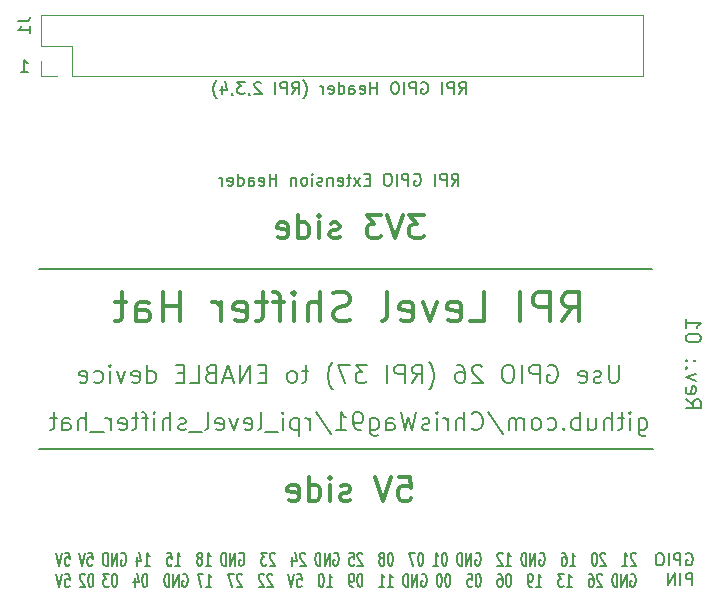
<source format=gbr>
G04 #@! TF.GenerationSoftware,KiCad,Pcbnew,5.1.6*
G04 #@! TF.CreationDate,2020-08-13T10:41:13+02:00*
G04 #@! TF.ProjectId,F010_rpi_logic_level_shifter_hat,46303130-5f72-4706-995f-6c6f6769635f,rev?*
G04 #@! TF.SameCoordinates,PXa52d280PY2b953a0*
G04 #@! TF.FileFunction,Legend,Bot*
G04 #@! TF.FilePolarity,Positive*
%FSLAX46Y46*%
G04 Gerber Fmt 4.6, Leading zero omitted, Abs format (unit mm)*
G04 Created by KiCad (PCBNEW 5.1.6) date 2020-08-13 10:41:13*
%MOMM*%
%LPD*%
G01*
G04 APERTURE LIST*
%ADD10C,0.150000*%
%ADD11C,0.300000*%
%ADD12C,0.120000*%
G04 APERTURE END LIST*
D10*
X-5628572Y-27558571D02*
X-5628572Y-28772857D01*
X-5700000Y-28915714D01*
X-5771429Y-28987142D01*
X-5914286Y-29058571D01*
X-6200000Y-29058571D01*
X-6342858Y-28987142D01*
X-6414286Y-28915714D01*
X-6485715Y-28772857D01*
X-6485715Y-27558571D01*
X-7128572Y-28987142D02*
X-7271429Y-29058571D01*
X-7557143Y-29058571D01*
X-7700000Y-28987142D01*
X-7771429Y-28844285D01*
X-7771429Y-28772857D01*
X-7700000Y-28630000D01*
X-7557143Y-28558571D01*
X-7342858Y-28558571D01*
X-7200000Y-28487142D01*
X-7128572Y-28344285D01*
X-7128572Y-28272857D01*
X-7200000Y-28130000D01*
X-7342858Y-28058571D01*
X-7557143Y-28058571D01*
X-7700000Y-28130000D01*
X-8985715Y-28987142D02*
X-8842858Y-29058571D01*
X-8557143Y-29058571D01*
X-8414286Y-28987142D01*
X-8342858Y-28844285D01*
X-8342858Y-28272857D01*
X-8414286Y-28130000D01*
X-8557143Y-28058571D01*
X-8842858Y-28058571D01*
X-8985715Y-28130000D01*
X-9057143Y-28272857D01*
X-9057143Y-28415714D01*
X-8342858Y-28558571D01*
X-11628572Y-27630000D02*
X-11485715Y-27558571D01*
X-11271429Y-27558571D01*
X-11057143Y-27630000D01*
X-10914286Y-27772857D01*
X-10842858Y-27915714D01*
X-10771429Y-28201428D01*
X-10771429Y-28415714D01*
X-10842858Y-28701428D01*
X-10914286Y-28844285D01*
X-11057143Y-28987142D01*
X-11271429Y-29058571D01*
X-11414286Y-29058571D01*
X-11628572Y-28987142D01*
X-11700000Y-28915714D01*
X-11700000Y-28415714D01*
X-11414286Y-28415714D01*
X-12342858Y-29058571D02*
X-12342858Y-27558571D01*
X-12914286Y-27558571D01*
X-13057143Y-27630000D01*
X-13128572Y-27701428D01*
X-13200000Y-27844285D01*
X-13200000Y-28058571D01*
X-13128572Y-28201428D01*
X-13057143Y-28272857D01*
X-12914286Y-28344285D01*
X-12342858Y-28344285D01*
X-13842858Y-29058571D02*
X-13842858Y-27558571D01*
X-14842858Y-27558571D02*
X-15128572Y-27558571D01*
X-15271429Y-27630000D01*
X-15414286Y-27772857D01*
X-15485715Y-28058571D01*
X-15485715Y-28558571D01*
X-15414286Y-28844285D01*
X-15271429Y-28987142D01*
X-15128572Y-29058571D01*
X-14842858Y-29058571D01*
X-14700000Y-28987142D01*
X-14557143Y-28844285D01*
X-14485715Y-28558571D01*
X-14485715Y-28058571D01*
X-14557143Y-27772857D01*
X-14700000Y-27630000D01*
X-14842858Y-27558571D01*
X-17200000Y-27701428D02*
X-17271429Y-27630000D01*
X-17414286Y-27558571D01*
X-17771429Y-27558571D01*
X-17914286Y-27630000D01*
X-17985715Y-27701428D01*
X-18057143Y-27844285D01*
X-18057143Y-27987142D01*
X-17985715Y-28201428D01*
X-17128572Y-29058571D01*
X-18057143Y-29058571D01*
X-19342858Y-27558571D02*
X-19057143Y-27558571D01*
X-18914286Y-27630000D01*
X-18842858Y-27701428D01*
X-18700000Y-27915714D01*
X-18628572Y-28201428D01*
X-18628572Y-28772857D01*
X-18700000Y-28915714D01*
X-18771429Y-28987142D01*
X-18914286Y-29058571D01*
X-19200000Y-29058571D01*
X-19342858Y-28987142D01*
X-19414286Y-28915714D01*
X-19485715Y-28772857D01*
X-19485715Y-28415714D01*
X-19414286Y-28272857D01*
X-19342858Y-28201428D01*
X-19200000Y-28130000D01*
X-18914286Y-28130000D01*
X-18771429Y-28201428D01*
X-18700000Y-28272857D01*
X-18628572Y-28415714D01*
X-21700000Y-29630000D02*
X-21628572Y-29558571D01*
X-21485715Y-29344285D01*
X-21414286Y-29201428D01*
X-21342858Y-28987142D01*
X-21271429Y-28630000D01*
X-21271429Y-28344285D01*
X-21342858Y-27987142D01*
X-21414286Y-27772857D01*
X-21485715Y-27630000D01*
X-21628572Y-27415714D01*
X-21700000Y-27344285D01*
X-23128572Y-29058571D02*
X-22628572Y-28344285D01*
X-22271429Y-29058571D02*
X-22271429Y-27558571D01*
X-22842858Y-27558571D01*
X-22985715Y-27630000D01*
X-23057143Y-27701428D01*
X-23128572Y-27844285D01*
X-23128572Y-28058571D01*
X-23057143Y-28201428D01*
X-22985715Y-28272857D01*
X-22842858Y-28344285D01*
X-22271429Y-28344285D01*
X-23771429Y-29058571D02*
X-23771429Y-27558571D01*
X-24342858Y-27558571D01*
X-24485715Y-27630000D01*
X-24557143Y-27701428D01*
X-24628572Y-27844285D01*
X-24628572Y-28058571D01*
X-24557143Y-28201428D01*
X-24485715Y-28272857D01*
X-24342858Y-28344285D01*
X-23771429Y-28344285D01*
X-25271429Y-29058571D02*
X-25271429Y-27558571D01*
X-26985715Y-27558571D02*
X-27914286Y-27558571D01*
X-27414286Y-28130000D01*
X-27628572Y-28130000D01*
X-27771429Y-28201428D01*
X-27842858Y-28272857D01*
X-27914286Y-28415714D01*
X-27914286Y-28772857D01*
X-27842858Y-28915714D01*
X-27771429Y-28987142D01*
X-27628572Y-29058571D01*
X-27200000Y-29058571D01*
X-27057143Y-28987142D01*
X-26985715Y-28915714D01*
X-28414286Y-27558571D02*
X-29414286Y-27558571D01*
X-28771429Y-29058571D01*
X-29842858Y-29630000D02*
X-29914286Y-29558571D01*
X-30057143Y-29344285D01*
X-30128572Y-29201428D01*
X-30200000Y-28987142D01*
X-30271429Y-28630000D01*
X-30271429Y-28344285D01*
X-30200000Y-27987142D01*
X-30128572Y-27772857D01*
X-30057143Y-27630000D01*
X-29914286Y-27415714D01*
X-29842858Y-27344285D01*
X-31914286Y-28058571D02*
X-32485715Y-28058571D01*
X-32128572Y-27558571D02*
X-32128572Y-28844285D01*
X-32200000Y-28987142D01*
X-32342858Y-29058571D01*
X-32485715Y-29058571D01*
X-33200000Y-29058571D02*
X-33057143Y-28987142D01*
X-32985715Y-28915714D01*
X-32914286Y-28772857D01*
X-32914286Y-28344285D01*
X-32985715Y-28201428D01*
X-33057143Y-28130000D01*
X-33200000Y-28058571D01*
X-33414286Y-28058571D01*
X-33557143Y-28130000D01*
X-33628572Y-28201428D01*
X-33700000Y-28344285D01*
X-33700000Y-28772857D01*
X-33628572Y-28915714D01*
X-33557143Y-28987142D01*
X-33414286Y-29058571D01*
X-33200000Y-29058571D01*
X-35485715Y-28272857D02*
X-35985715Y-28272857D01*
X-36200000Y-29058571D02*
X-35485715Y-29058571D01*
X-35485715Y-27558571D01*
X-36200000Y-27558571D01*
X-36842858Y-29058571D02*
X-36842858Y-27558571D01*
X-37700000Y-29058571D01*
X-37700000Y-27558571D01*
X-38342858Y-28630000D02*
X-39057143Y-28630000D01*
X-38200000Y-29058571D02*
X-38700000Y-27558571D01*
X-39200000Y-29058571D01*
X-40200000Y-28272857D02*
X-40414286Y-28344285D01*
X-40485715Y-28415714D01*
X-40557143Y-28558571D01*
X-40557143Y-28772857D01*
X-40485715Y-28915714D01*
X-40414286Y-28987142D01*
X-40271429Y-29058571D01*
X-39700000Y-29058571D01*
X-39700000Y-27558571D01*
X-40200000Y-27558571D01*
X-40342858Y-27630000D01*
X-40414286Y-27701428D01*
X-40485715Y-27844285D01*
X-40485715Y-27987142D01*
X-40414286Y-28130000D01*
X-40342858Y-28201428D01*
X-40200000Y-28272857D01*
X-39700000Y-28272857D01*
X-41914286Y-29058571D02*
X-41200000Y-29058571D01*
X-41200000Y-27558571D01*
X-42414286Y-28272857D02*
X-42914286Y-28272857D01*
X-43128572Y-29058571D02*
X-42414286Y-29058571D01*
X-42414286Y-27558571D01*
X-43128572Y-27558571D01*
X-45557143Y-29058571D02*
X-45557143Y-27558571D01*
X-45557143Y-28987142D02*
X-45414286Y-29058571D01*
X-45128572Y-29058571D01*
X-44985715Y-28987142D01*
X-44914286Y-28915714D01*
X-44842858Y-28772857D01*
X-44842858Y-28344285D01*
X-44914286Y-28201428D01*
X-44985715Y-28130000D01*
X-45128572Y-28058571D01*
X-45414286Y-28058571D01*
X-45557143Y-28130000D01*
X-46842858Y-28987142D02*
X-46700000Y-29058571D01*
X-46414286Y-29058571D01*
X-46271429Y-28987142D01*
X-46200000Y-28844285D01*
X-46200000Y-28272857D01*
X-46271429Y-28130000D01*
X-46414286Y-28058571D01*
X-46700000Y-28058571D01*
X-46842858Y-28130000D01*
X-46914286Y-28272857D01*
X-46914286Y-28415714D01*
X-46200000Y-28558571D01*
X-47414286Y-28058571D02*
X-47771429Y-29058571D01*
X-48128572Y-28058571D01*
X-48700000Y-29058571D02*
X-48700000Y-28058571D01*
X-48700000Y-27558571D02*
X-48628572Y-27630000D01*
X-48700000Y-27701428D01*
X-48771429Y-27630000D01*
X-48700000Y-27558571D01*
X-48700000Y-27701428D01*
X-50057143Y-28987142D02*
X-49914286Y-29058571D01*
X-49628572Y-29058571D01*
X-49485715Y-28987142D01*
X-49414286Y-28915714D01*
X-49342858Y-28772857D01*
X-49342858Y-28344285D01*
X-49414286Y-28201428D01*
X-49485715Y-28130000D01*
X-49628572Y-28058571D01*
X-49914286Y-28058571D01*
X-50057143Y-28130000D01*
X-51271429Y-28987142D02*
X-51128572Y-29058571D01*
X-50842858Y-29058571D01*
X-50700000Y-28987142D01*
X-50628572Y-28844285D01*
X-50628572Y-28272857D01*
X-50700000Y-28130000D01*
X-50842858Y-28058571D01*
X-51128572Y-28058571D01*
X-51271429Y-28130000D01*
X-51342858Y-28272857D01*
X-51342858Y-28415714D01*
X-50628572Y-28558571D01*
X-19155953Y-4602380D02*
X-18822620Y-4126190D01*
X-18584524Y-4602380D02*
X-18584524Y-3602380D01*
X-18965477Y-3602380D01*
X-19060715Y-3650000D01*
X-19108334Y-3697619D01*
X-19155953Y-3792857D01*
X-19155953Y-3935714D01*
X-19108334Y-4030952D01*
X-19060715Y-4078571D01*
X-18965477Y-4126190D01*
X-18584524Y-4126190D01*
X-19584524Y-4602380D02*
X-19584524Y-3602380D01*
X-19965477Y-3602380D01*
X-20060715Y-3650000D01*
X-20108334Y-3697619D01*
X-20155953Y-3792857D01*
X-20155953Y-3935714D01*
X-20108334Y-4030952D01*
X-20060715Y-4078571D01*
X-19965477Y-4126190D01*
X-19584524Y-4126190D01*
X-20584524Y-4602380D02*
X-20584524Y-3602380D01*
X-22346429Y-3650000D02*
X-22251191Y-3602380D01*
X-22108334Y-3602380D01*
X-21965477Y-3650000D01*
X-21870239Y-3745238D01*
X-21822620Y-3840476D01*
X-21775000Y-4030952D01*
X-21775000Y-4173809D01*
X-21822620Y-4364285D01*
X-21870239Y-4459523D01*
X-21965477Y-4554761D01*
X-22108334Y-4602380D01*
X-22203572Y-4602380D01*
X-22346429Y-4554761D01*
X-22394048Y-4507142D01*
X-22394048Y-4173809D01*
X-22203572Y-4173809D01*
X-22822620Y-4602380D02*
X-22822620Y-3602380D01*
X-23203572Y-3602380D01*
X-23298810Y-3650000D01*
X-23346429Y-3697619D01*
X-23394048Y-3792857D01*
X-23394048Y-3935714D01*
X-23346429Y-4030952D01*
X-23298810Y-4078571D01*
X-23203572Y-4126190D01*
X-22822620Y-4126190D01*
X-23822620Y-4602380D02*
X-23822620Y-3602380D01*
X-24489286Y-3602380D02*
X-24679762Y-3602380D01*
X-24775000Y-3650000D01*
X-24870239Y-3745238D01*
X-24917858Y-3935714D01*
X-24917858Y-4269047D01*
X-24870239Y-4459523D01*
X-24775000Y-4554761D01*
X-24679762Y-4602380D01*
X-24489286Y-4602380D01*
X-24394048Y-4554761D01*
X-24298810Y-4459523D01*
X-24251191Y-4269047D01*
X-24251191Y-3935714D01*
X-24298810Y-3745238D01*
X-24394048Y-3650000D01*
X-24489286Y-3602380D01*
X-26108334Y-4602380D02*
X-26108334Y-3602380D01*
X-26108334Y-4078571D02*
X-26679762Y-4078571D01*
X-26679762Y-4602380D02*
X-26679762Y-3602380D01*
X-27536905Y-4554761D02*
X-27441667Y-4602380D01*
X-27251191Y-4602380D01*
X-27155953Y-4554761D01*
X-27108334Y-4459523D01*
X-27108334Y-4078571D01*
X-27155953Y-3983333D01*
X-27251191Y-3935714D01*
X-27441667Y-3935714D01*
X-27536905Y-3983333D01*
X-27584524Y-4078571D01*
X-27584524Y-4173809D01*
X-27108334Y-4269047D01*
X-28441667Y-4602380D02*
X-28441667Y-4078571D01*
X-28394048Y-3983333D01*
X-28298810Y-3935714D01*
X-28108334Y-3935714D01*
X-28013096Y-3983333D01*
X-28441667Y-4554761D02*
X-28346429Y-4602380D01*
X-28108334Y-4602380D01*
X-28013096Y-4554761D01*
X-27965477Y-4459523D01*
X-27965477Y-4364285D01*
X-28013096Y-4269047D01*
X-28108334Y-4221428D01*
X-28346429Y-4221428D01*
X-28441667Y-4173809D01*
X-29346429Y-4602380D02*
X-29346429Y-3602380D01*
X-29346429Y-4554761D02*
X-29251191Y-4602380D01*
X-29060715Y-4602380D01*
X-28965477Y-4554761D01*
X-28917858Y-4507142D01*
X-28870239Y-4411904D01*
X-28870239Y-4126190D01*
X-28917858Y-4030952D01*
X-28965477Y-3983333D01*
X-29060715Y-3935714D01*
X-29251191Y-3935714D01*
X-29346429Y-3983333D01*
X-30203572Y-4554761D02*
X-30108334Y-4602380D01*
X-29917858Y-4602380D01*
X-29822620Y-4554761D01*
X-29775000Y-4459523D01*
X-29775000Y-4078571D01*
X-29822620Y-3983333D01*
X-29917858Y-3935714D01*
X-30108334Y-3935714D01*
X-30203572Y-3983333D01*
X-30251191Y-4078571D01*
X-30251191Y-4173809D01*
X-29775000Y-4269047D01*
X-30679762Y-4602380D02*
X-30679762Y-3935714D01*
X-30679762Y-4126190D02*
X-30727381Y-4030952D01*
X-30775000Y-3983333D01*
X-30870239Y-3935714D01*
X-30965477Y-3935714D01*
X-32346429Y-4983333D02*
X-32298810Y-4935714D01*
X-32203572Y-4792857D01*
X-32155953Y-4697619D01*
X-32108334Y-4554761D01*
X-32060715Y-4316666D01*
X-32060715Y-4126190D01*
X-32108334Y-3888095D01*
X-32155953Y-3745238D01*
X-32203572Y-3650000D01*
X-32298810Y-3507142D01*
X-32346429Y-3459523D01*
X-33298810Y-4602380D02*
X-32965477Y-4126190D01*
X-32727381Y-4602380D02*
X-32727381Y-3602380D01*
X-33108334Y-3602380D01*
X-33203572Y-3650000D01*
X-33251191Y-3697619D01*
X-33298810Y-3792857D01*
X-33298810Y-3935714D01*
X-33251191Y-4030952D01*
X-33203572Y-4078571D01*
X-33108334Y-4126190D01*
X-32727381Y-4126190D01*
X-33727381Y-4602380D02*
X-33727381Y-3602380D01*
X-34108334Y-3602380D01*
X-34203572Y-3650000D01*
X-34251191Y-3697619D01*
X-34298810Y-3792857D01*
X-34298810Y-3935714D01*
X-34251191Y-4030952D01*
X-34203572Y-4078571D01*
X-34108334Y-4126190D01*
X-33727381Y-4126190D01*
X-34727381Y-4602380D02*
X-34727381Y-3602380D01*
X-35917858Y-3697619D02*
X-35965477Y-3650000D01*
X-36060715Y-3602380D01*
X-36298810Y-3602380D01*
X-36394048Y-3650000D01*
X-36441667Y-3697619D01*
X-36489286Y-3792857D01*
X-36489286Y-3888095D01*
X-36441667Y-4030952D01*
X-35870239Y-4602380D01*
X-36489286Y-4602380D01*
X-36965477Y-4554761D02*
X-36965477Y-4602380D01*
X-36917858Y-4697619D01*
X-36870239Y-4745238D01*
X-37298810Y-3602380D02*
X-37917858Y-3602380D01*
X-37584524Y-3983333D01*
X-37727381Y-3983333D01*
X-37822620Y-4030952D01*
X-37870239Y-4078571D01*
X-37917858Y-4173809D01*
X-37917858Y-4411904D01*
X-37870239Y-4507142D01*
X-37822620Y-4554761D01*
X-37727381Y-4602380D01*
X-37441667Y-4602380D01*
X-37346429Y-4554761D01*
X-37298810Y-4507142D01*
X-38394048Y-4554761D02*
X-38394048Y-4602380D01*
X-38346429Y-4697619D01*
X-38298810Y-4745238D01*
X-39251191Y-3935714D02*
X-39251191Y-4602380D01*
X-39013096Y-3554761D02*
X-38775000Y-4269047D01*
X-39394048Y-4269047D01*
X-39679762Y-4983333D02*
X-39727381Y-4935714D01*
X-39822620Y-4792857D01*
X-39870239Y-4697619D01*
X-39917858Y-4554761D01*
X-39965477Y-4316666D01*
X-39965477Y-4126190D01*
X-39917858Y-3888095D01*
X-39870239Y-3745238D01*
X-39822620Y-3650000D01*
X-39727381Y-3507142D01*
X-39679762Y-3459523D01*
X-3950000Y-32078571D02*
X-3950000Y-33292857D01*
X-3878572Y-33435714D01*
X-3807143Y-33507142D01*
X-3664286Y-33578571D01*
X-3450000Y-33578571D01*
X-3307143Y-33507142D01*
X-3950000Y-33007142D02*
X-3807143Y-33078571D01*
X-3521429Y-33078571D01*
X-3378572Y-33007142D01*
X-3307143Y-32935714D01*
X-3235715Y-32792857D01*
X-3235715Y-32364285D01*
X-3307143Y-32221428D01*
X-3378572Y-32150000D01*
X-3521429Y-32078571D01*
X-3807143Y-32078571D01*
X-3950000Y-32150000D01*
X-4664286Y-33078571D02*
X-4664286Y-32078571D01*
X-4664286Y-31578571D02*
X-4592858Y-31650000D01*
X-4664286Y-31721428D01*
X-4735715Y-31650000D01*
X-4664286Y-31578571D01*
X-4664286Y-31721428D01*
X-5164286Y-32078571D02*
X-5735715Y-32078571D01*
X-5378572Y-31578571D02*
X-5378572Y-32864285D01*
X-5450000Y-33007142D01*
X-5592858Y-33078571D01*
X-5735715Y-33078571D01*
X-6235715Y-33078571D02*
X-6235715Y-31578571D01*
X-6878572Y-33078571D02*
X-6878572Y-32292857D01*
X-6807143Y-32150000D01*
X-6664286Y-32078571D01*
X-6450000Y-32078571D01*
X-6307143Y-32150000D01*
X-6235715Y-32221428D01*
X-8235715Y-32078571D02*
X-8235715Y-33078571D01*
X-7592858Y-32078571D02*
X-7592858Y-32864285D01*
X-7664286Y-33007142D01*
X-7807143Y-33078571D01*
X-8021429Y-33078571D01*
X-8164286Y-33007142D01*
X-8235715Y-32935714D01*
X-8950000Y-33078571D02*
X-8950000Y-31578571D01*
X-8950000Y-32150000D02*
X-9092858Y-32078571D01*
X-9378572Y-32078571D01*
X-9521429Y-32150000D01*
X-9592858Y-32221428D01*
X-9664286Y-32364285D01*
X-9664286Y-32792857D01*
X-9592858Y-32935714D01*
X-9521429Y-33007142D01*
X-9378572Y-33078571D01*
X-9092858Y-33078571D01*
X-8950000Y-33007142D01*
X-10307143Y-32935714D02*
X-10378572Y-33007142D01*
X-10307143Y-33078571D01*
X-10235715Y-33007142D01*
X-10307143Y-32935714D01*
X-10307143Y-33078571D01*
X-11664286Y-33007142D02*
X-11521429Y-33078571D01*
X-11235715Y-33078571D01*
X-11092858Y-33007142D01*
X-11021429Y-32935714D01*
X-10950000Y-32792857D01*
X-10950000Y-32364285D01*
X-11021429Y-32221428D01*
X-11092858Y-32150000D01*
X-11235715Y-32078571D01*
X-11521429Y-32078571D01*
X-11664286Y-32150000D01*
X-12521429Y-33078571D02*
X-12378572Y-33007142D01*
X-12307143Y-32935714D01*
X-12235715Y-32792857D01*
X-12235715Y-32364285D01*
X-12307143Y-32221428D01*
X-12378572Y-32150000D01*
X-12521429Y-32078571D01*
X-12735715Y-32078571D01*
X-12878572Y-32150000D01*
X-12950000Y-32221428D01*
X-13021429Y-32364285D01*
X-13021429Y-32792857D01*
X-12950000Y-32935714D01*
X-12878572Y-33007142D01*
X-12735715Y-33078571D01*
X-12521429Y-33078571D01*
X-13664286Y-33078571D02*
X-13664286Y-32078571D01*
X-13664286Y-32221428D02*
X-13735715Y-32150000D01*
X-13878572Y-32078571D01*
X-14092858Y-32078571D01*
X-14235715Y-32150000D01*
X-14307143Y-32292857D01*
X-14307143Y-33078571D01*
X-14307143Y-32292857D02*
X-14378572Y-32150000D01*
X-14521429Y-32078571D01*
X-14735715Y-32078571D01*
X-14878572Y-32150000D01*
X-14950000Y-32292857D01*
X-14950000Y-33078571D01*
X-16735715Y-31507142D02*
X-15450000Y-33435714D01*
X-18092858Y-32935714D02*
X-18021429Y-33007142D01*
X-17807143Y-33078571D01*
X-17664286Y-33078571D01*
X-17450000Y-33007142D01*
X-17307143Y-32864285D01*
X-17235715Y-32721428D01*
X-17164286Y-32435714D01*
X-17164286Y-32221428D01*
X-17235715Y-31935714D01*
X-17307143Y-31792857D01*
X-17450000Y-31650000D01*
X-17664286Y-31578571D01*
X-17807143Y-31578571D01*
X-18021429Y-31650000D01*
X-18092858Y-31721428D01*
X-18735715Y-33078571D02*
X-18735715Y-31578571D01*
X-19378572Y-33078571D02*
X-19378572Y-32292857D01*
X-19307143Y-32150000D01*
X-19164286Y-32078571D01*
X-18950000Y-32078571D01*
X-18807143Y-32150000D01*
X-18735715Y-32221428D01*
X-20092858Y-33078571D02*
X-20092858Y-32078571D01*
X-20092858Y-32364285D02*
X-20164286Y-32221428D01*
X-20235715Y-32150000D01*
X-20378572Y-32078571D01*
X-20521429Y-32078571D01*
X-21021429Y-33078571D02*
X-21021429Y-32078571D01*
X-21021429Y-31578571D02*
X-20950000Y-31650000D01*
X-21021429Y-31721428D01*
X-21092858Y-31650000D01*
X-21021429Y-31578571D01*
X-21021429Y-31721428D01*
X-21664286Y-33007142D02*
X-21807143Y-33078571D01*
X-22092858Y-33078571D01*
X-22235715Y-33007142D01*
X-22307143Y-32864285D01*
X-22307143Y-32792857D01*
X-22235715Y-32650000D01*
X-22092858Y-32578571D01*
X-21878572Y-32578571D01*
X-21735715Y-32507142D01*
X-21664286Y-32364285D01*
X-21664286Y-32292857D01*
X-21735715Y-32150000D01*
X-21878572Y-32078571D01*
X-22092858Y-32078571D01*
X-22235715Y-32150000D01*
X-22807143Y-31578571D02*
X-23164286Y-33078571D01*
X-23450000Y-32007142D01*
X-23735715Y-33078571D01*
X-24092858Y-31578571D01*
X-25307143Y-33078571D02*
X-25307143Y-32292857D01*
X-25235715Y-32150000D01*
X-25092858Y-32078571D01*
X-24807143Y-32078571D01*
X-24664286Y-32150000D01*
X-25307143Y-33007142D02*
X-25164286Y-33078571D01*
X-24807143Y-33078571D01*
X-24664286Y-33007142D01*
X-24592858Y-32864285D01*
X-24592858Y-32721428D01*
X-24664286Y-32578571D01*
X-24807143Y-32507142D01*
X-25164286Y-32507142D01*
X-25307143Y-32435714D01*
X-26664286Y-32078571D02*
X-26664286Y-33292857D01*
X-26592858Y-33435714D01*
X-26521429Y-33507142D01*
X-26378572Y-33578571D01*
X-26164286Y-33578571D01*
X-26021429Y-33507142D01*
X-26664286Y-33007142D02*
X-26521429Y-33078571D01*
X-26235715Y-33078571D01*
X-26092858Y-33007142D01*
X-26021429Y-32935714D01*
X-25950000Y-32792857D01*
X-25950000Y-32364285D01*
X-26021429Y-32221428D01*
X-26092858Y-32150000D01*
X-26235715Y-32078571D01*
X-26521429Y-32078571D01*
X-26664286Y-32150000D01*
X-27450000Y-33078571D02*
X-27735715Y-33078571D01*
X-27878572Y-33007142D01*
X-27950000Y-32935714D01*
X-28092858Y-32721428D01*
X-28164286Y-32435714D01*
X-28164286Y-31864285D01*
X-28092858Y-31721428D01*
X-28021429Y-31650000D01*
X-27878572Y-31578571D01*
X-27592858Y-31578571D01*
X-27450000Y-31650000D01*
X-27378572Y-31721428D01*
X-27307143Y-31864285D01*
X-27307143Y-32221428D01*
X-27378572Y-32364285D01*
X-27450000Y-32435714D01*
X-27592858Y-32507142D01*
X-27878572Y-32507142D01*
X-28021429Y-32435714D01*
X-28092858Y-32364285D01*
X-28164286Y-32221428D01*
X-29592858Y-33078571D02*
X-28735715Y-33078571D01*
X-29164286Y-33078571D02*
X-29164286Y-31578571D01*
X-29021429Y-31792857D01*
X-28878572Y-31935714D01*
X-28735715Y-32007142D01*
X-31307143Y-31507142D02*
X-30021429Y-33435714D01*
X-31807143Y-33078571D02*
X-31807143Y-32078571D01*
X-31807143Y-32364285D02*
X-31878572Y-32221428D01*
X-31950000Y-32150000D01*
X-32092858Y-32078571D01*
X-32235715Y-32078571D01*
X-32735715Y-32078571D02*
X-32735715Y-33578571D01*
X-32735715Y-32150000D02*
X-32878572Y-32078571D01*
X-33164286Y-32078571D01*
X-33307143Y-32150000D01*
X-33378572Y-32221428D01*
X-33450000Y-32364285D01*
X-33450000Y-32792857D01*
X-33378572Y-32935714D01*
X-33307143Y-33007142D01*
X-33164286Y-33078571D01*
X-32878572Y-33078571D01*
X-32735715Y-33007142D01*
X-34092858Y-33078571D02*
X-34092858Y-32078571D01*
X-34092858Y-31578571D02*
X-34021429Y-31650000D01*
X-34092858Y-31721428D01*
X-34164286Y-31650000D01*
X-34092858Y-31578571D01*
X-34092858Y-31721428D01*
X-34450000Y-33221428D02*
X-35592858Y-33221428D01*
X-36164286Y-33078571D02*
X-36021429Y-33007142D01*
X-35950000Y-32864285D01*
X-35950000Y-31578571D01*
X-37307143Y-33007142D02*
X-37164286Y-33078571D01*
X-36878572Y-33078571D01*
X-36735715Y-33007142D01*
X-36664286Y-32864285D01*
X-36664286Y-32292857D01*
X-36735715Y-32150000D01*
X-36878572Y-32078571D01*
X-37164286Y-32078571D01*
X-37307143Y-32150000D01*
X-37378572Y-32292857D01*
X-37378572Y-32435714D01*
X-36664286Y-32578571D01*
X-37878572Y-32078571D02*
X-38235715Y-33078571D01*
X-38592858Y-32078571D01*
X-39735715Y-33007142D02*
X-39592858Y-33078571D01*
X-39307143Y-33078571D01*
X-39164286Y-33007142D01*
X-39092858Y-32864285D01*
X-39092858Y-32292857D01*
X-39164286Y-32150000D01*
X-39307143Y-32078571D01*
X-39592858Y-32078571D01*
X-39735715Y-32150000D01*
X-39807143Y-32292857D01*
X-39807143Y-32435714D01*
X-39092858Y-32578571D01*
X-40664286Y-33078571D02*
X-40521429Y-33007142D01*
X-40450001Y-32864285D01*
X-40450001Y-31578571D01*
X-40878572Y-33221428D02*
X-42021429Y-33221428D01*
X-42307143Y-33007142D02*
X-42450001Y-33078571D01*
X-42735715Y-33078571D01*
X-42878572Y-33007142D01*
X-42950001Y-32864285D01*
X-42950001Y-32792857D01*
X-42878572Y-32650000D01*
X-42735715Y-32578571D01*
X-42521429Y-32578571D01*
X-42378572Y-32507142D01*
X-42307143Y-32364285D01*
X-42307143Y-32292857D01*
X-42378572Y-32150000D01*
X-42521429Y-32078571D01*
X-42735715Y-32078571D01*
X-42878572Y-32150000D01*
X-43592858Y-33078571D02*
X-43592858Y-31578571D01*
X-44235715Y-33078571D02*
X-44235715Y-32292857D01*
X-44164286Y-32150000D01*
X-44021429Y-32078571D01*
X-43807143Y-32078571D01*
X-43664286Y-32150000D01*
X-43592858Y-32221428D01*
X-44950001Y-33078571D02*
X-44950001Y-32078571D01*
X-44950001Y-31578571D02*
X-44878572Y-31650000D01*
X-44950001Y-31721428D01*
X-45021429Y-31650000D01*
X-44950001Y-31578571D01*
X-44950001Y-31721428D01*
X-45450001Y-32078571D02*
X-46021429Y-32078571D01*
X-45664286Y-33078571D02*
X-45664286Y-31792857D01*
X-45735715Y-31650000D01*
X-45878572Y-31578571D01*
X-46021429Y-31578571D01*
X-46307143Y-32078571D02*
X-46878572Y-32078571D01*
X-46521429Y-31578571D02*
X-46521429Y-32864285D01*
X-46592858Y-33007142D01*
X-46735715Y-33078571D01*
X-46878572Y-33078571D01*
X-47950001Y-33007142D02*
X-47807143Y-33078571D01*
X-47521429Y-33078571D01*
X-47378572Y-33007142D01*
X-47307143Y-32864285D01*
X-47307143Y-32292857D01*
X-47378572Y-32150000D01*
X-47521429Y-32078571D01*
X-47807143Y-32078571D01*
X-47950001Y-32150000D01*
X-48021429Y-32292857D01*
X-48021429Y-32435714D01*
X-47307143Y-32578571D01*
X-48664286Y-33078571D02*
X-48664286Y-32078571D01*
X-48664286Y-32364285D02*
X-48735715Y-32221428D01*
X-48807143Y-32150000D01*
X-48950001Y-32078571D01*
X-49092858Y-32078571D01*
X-49235715Y-33221428D02*
X-50378572Y-33221428D01*
X-50735715Y-33078571D02*
X-50735715Y-31578571D01*
X-51378572Y-33078571D02*
X-51378572Y-32292857D01*
X-51307143Y-32150000D01*
X-51164286Y-32078571D01*
X-50950001Y-32078571D01*
X-50807143Y-32150000D01*
X-50735715Y-32221428D01*
X-52735715Y-33078571D02*
X-52735715Y-32292857D01*
X-52664286Y-32150000D01*
X-52521429Y-32078571D01*
X-52235715Y-32078571D01*
X-52092858Y-32150000D01*
X-52735715Y-33007142D02*
X-52592858Y-33078571D01*
X-52235715Y-33078571D01*
X-52092858Y-33007142D01*
X-52021429Y-32864285D01*
X-52021429Y-32721428D01*
X-52092858Y-32578571D01*
X-52235715Y-32507142D01*
X-52592858Y-32507142D01*
X-52735715Y-32435714D01*
X-53235715Y-32078571D02*
X-53807143Y-32078571D01*
X-53450001Y-31578571D02*
X-53450001Y-32864285D01*
X-53521429Y-33007142D01*
X-53664286Y-33078571D01*
X-53807143Y-33078571D01*
D11*
X-10414286Y-23880952D02*
X-9580953Y-22690476D01*
X-8985715Y-23880952D02*
X-8985715Y-21380952D01*
X-9938096Y-21380952D01*
X-10176191Y-21500000D01*
X-10295239Y-21619047D01*
X-10414286Y-21857142D01*
X-10414286Y-22214285D01*
X-10295239Y-22452380D01*
X-10176191Y-22571428D01*
X-9938096Y-22690476D01*
X-8985715Y-22690476D01*
X-11485715Y-23880952D02*
X-11485715Y-21380952D01*
X-12438096Y-21380952D01*
X-12676191Y-21500000D01*
X-12795239Y-21619047D01*
X-12914286Y-21857142D01*
X-12914286Y-22214285D01*
X-12795239Y-22452380D01*
X-12676191Y-22571428D01*
X-12438096Y-22690476D01*
X-11485715Y-22690476D01*
X-13985715Y-23880952D02*
X-13985715Y-21380952D01*
X-18271429Y-23880952D02*
X-17080953Y-23880952D01*
X-17080953Y-21380952D01*
X-20057143Y-23761904D02*
X-19819048Y-23880952D01*
X-19342858Y-23880952D01*
X-19104762Y-23761904D01*
X-18985715Y-23523809D01*
X-18985715Y-22571428D01*
X-19104762Y-22333333D01*
X-19342858Y-22214285D01*
X-19819048Y-22214285D01*
X-20057143Y-22333333D01*
X-20176191Y-22571428D01*
X-20176191Y-22809523D01*
X-18985715Y-23047619D01*
X-21009524Y-22214285D02*
X-21604762Y-23880952D01*
X-22200000Y-22214285D01*
X-24104762Y-23761904D02*
X-23866667Y-23880952D01*
X-23390477Y-23880952D01*
X-23152381Y-23761904D01*
X-23033334Y-23523809D01*
X-23033334Y-22571428D01*
X-23152381Y-22333333D01*
X-23390477Y-22214285D01*
X-23866667Y-22214285D01*
X-24104762Y-22333333D01*
X-24223810Y-22571428D01*
X-24223810Y-22809523D01*
X-23033334Y-23047619D01*
X-25652381Y-23880952D02*
X-25414286Y-23761904D01*
X-25295239Y-23523809D01*
X-25295239Y-21380952D01*
X-28390477Y-23761904D02*
X-28747620Y-23880952D01*
X-29342858Y-23880952D01*
X-29580953Y-23761904D01*
X-29700000Y-23642857D01*
X-29819048Y-23404761D01*
X-29819048Y-23166666D01*
X-29700000Y-22928571D01*
X-29580953Y-22809523D01*
X-29342858Y-22690476D01*
X-28866667Y-22571428D01*
X-28628572Y-22452380D01*
X-28509524Y-22333333D01*
X-28390477Y-22095238D01*
X-28390477Y-21857142D01*
X-28509524Y-21619047D01*
X-28628572Y-21500000D01*
X-28866667Y-21380952D01*
X-29461905Y-21380952D01*
X-29819048Y-21500000D01*
X-30890477Y-23880952D02*
X-30890477Y-21380952D01*
X-31961905Y-23880952D02*
X-31961905Y-22571428D01*
X-31842858Y-22333333D01*
X-31604762Y-22214285D01*
X-31247620Y-22214285D01*
X-31009524Y-22333333D01*
X-30890477Y-22452380D01*
X-33152381Y-23880952D02*
X-33152381Y-22214285D01*
X-33152381Y-21380952D02*
X-33033334Y-21500000D01*
X-33152381Y-21619047D01*
X-33271429Y-21500000D01*
X-33152381Y-21380952D01*
X-33152381Y-21619047D01*
X-33985715Y-22214285D02*
X-34938096Y-22214285D01*
X-34342858Y-23880952D02*
X-34342858Y-21738095D01*
X-34461905Y-21500000D01*
X-34700000Y-21380952D01*
X-34938096Y-21380952D01*
X-35414286Y-22214285D02*
X-36366667Y-22214285D01*
X-35771429Y-21380952D02*
X-35771429Y-23523809D01*
X-35890477Y-23761904D01*
X-36128572Y-23880952D01*
X-36366667Y-23880952D01*
X-38152381Y-23761904D02*
X-37914286Y-23880952D01*
X-37438096Y-23880952D01*
X-37200000Y-23761904D01*
X-37080953Y-23523809D01*
X-37080953Y-22571428D01*
X-37200000Y-22333333D01*
X-37438096Y-22214285D01*
X-37914286Y-22214285D01*
X-38152381Y-22333333D01*
X-38271429Y-22571428D01*
X-38271429Y-22809523D01*
X-37080953Y-23047619D01*
X-39342858Y-23880952D02*
X-39342858Y-22214285D01*
X-39342858Y-22690476D02*
X-39461905Y-22452380D01*
X-39580953Y-22333333D01*
X-39819048Y-22214285D01*
X-40057143Y-22214285D01*
X-42795239Y-23880952D02*
X-42795239Y-21380952D01*
X-42795239Y-22571428D02*
X-44223810Y-22571428D01*
X-44223810Y-23880952D02*
X-44223810Y-21380952D01*
X-46485715Y-23880952D02*
X-46485715Y-22571428D01*
X-46366667Y-22333333D01*
X-46128572Y-22214285D01*
X-45652381Y-22214285D01*
X-45414286Y-22333333D01*
X-46485715Y-23761904D02*
X-46247620Y-23880952D01*
X-45652381Y-23880952D01*
X-45414286Y-23761904D01*
X-45295239Y-23523809D01*
X-45295239Y-23285714D01*
X-45414286Y-23047619D01*
X-45652381Y-22928571D01*
X-46247620Y-22928571D01*
X-46485715Y-22809523D01*
X-47319048Y-22214285D02*
X-48271429Y-22214285D01*
X-47676191Y-21380952D02*
X-47676191Y-23523809D01*
X-47795239Y-23761904D01*
X-48033334Y-23880952D01*
X-48271429Y-23880952D01*
D10*
X-2725000Y-34675000D02*
X-54700000Y-34675000D01*
D11*
X-24259524Y-37054761D02*
X-23307143Y-37054761D01*
X-23211905Y-38007142D01*
X-23307143Y-37911904D01*
X-23497620Y-37816666D01*
X-23973810Y-37816666D01*
X-24164286Y-37911904D01*
X-24259524Y-38007142D01*
X-24354762Y-38197619D01*
X-24354762Y-38673809D01*
X-24259524Y-38864285D01*
X-24164286Y-38959523D01*
X-23973810Y-39054761D01*
X-23497620Y-39054761D01*
X-23307143Y-38959523D01*
X-23211905Y-38864285D01*
X-24926191Y-37054761D02*
X-25592858Y-39054761D01*
X-26259524Y-37054761D01*
X-28354762Y-38959523D02*
X-28545239Y-39054761D01*
X-28926191Y-39054761D01*
X-29116667Y-38959523D01*
X-29211905Y-38769047D01*
X-29211905Y-38673809D01*
X-29116667Y-38483333D01*
X-28926191Y-38388095D01*
X-28640477Y-38388095D01*
X-28450000Y-38292857D01*
X-28354762Y-38102380D01*
X-28354762Y-38007142D01*
X-28450000Y-37816666D01*
X-28640477Y-37721428D01*
X-28926191Y-37721428D01*
X-29116667Y-37816666D01*
X-30069048Y-39054761D02*
X-30069048Y-37721428D01*
X-30069048Y-37054761D02*
X-29973810Y-37150000D01*
X-30069048Y-37245238D01*
X-30164286Y-37150000D01*
X-30069048Y-37054761D01*
X-30069048Y-37245238D01*
X-31878572Y-39054761D02*
X-31878572Y-37054761D01*
X-31878572Y-38959523D02*
X-31688096Y-39054761D01*
X-31307143Y-39054761D01*
X-31116667Y-38959523D01*
X-31021429Y-38864285D01*
X-30926191Y-38673809D01*
X-30926191Y-38102380D01*
X-31021429Y-37911904D01*
X-31116667Y-37816666D01*
X-31307143Y-37721428D01*
X-31688096Y-37721428D01*
X-31878572Y-37816666D01*
X-33592858Y-38959523D02*
X-33402381Y-39054761D01*
X-33021429Y-39054761D01*
X-32830953Y-38959523D01*
X-32735715Y-38769047D01*
X-32735715Y-38007142D01*
X-32830953Y-37816666D01*
X-33021429Y-37721428D01*
X-33402381Y-37721428D01*
X-33592858Y-37816666D01*
X-33688096Y-38007142D01*
X-33688096Y-38197619D01*
X-32735715Y-38388095D01*
D10*
X-2800000Y-19400000D02*
X-54700000Y-19400000D01*
X-19775000Y-12377380D02*
X-19441667Y-11901190D01*
X-19203572Y-12377380D02*
X-19203572Y-11377380D01*
X-19584524Y-11377380D01*
X-19679762Y-11425000D01*
X-19727381Y-11472619D01*
X-19775000Y-11567857D01*
X-19775000Y-11710714D01*
X-19727381Y-11805952D01*
X-19679762Y-11853571D01*
X-19584524Y-11901190D01*
X-19203572Y-11901190D01*
X-20203572Y-12377380D02*
X-20203572Y-11377380D01*
X-20584524Y-11377380D01*
X-20679762Y-11425000D01*
X-20727381Y-11472619D01*
X-20775000Y-11567857D01*
X-20775000Y-11710714D01*
X-20727381Y-11805952D01*
X-20679762Y-11853571D01*
X-20584524Y-11901190D01*
X-20203572Y-11901190D01*
X-21203572Y-12377380D02*
X-21203572Y-11377380D01*
X-22965477Y-11425000D02*
X-22870239Y-11377380D01*
X-22727381Y-11377380D01*
X-22584524Y-11425000D01*
X-22489286Y-11520238D01*
X-22441667Y-11615476D01*
X-22394048Y-11805952D01*
X-22394048Y-11948809D01*
X-22441667Y-12139285D01*
X-22489286Y-12234523D01*
X-22584524Y-12329761D01*
X-22727381Y-12377380D01*
X-22822620Y-12377380D01*
X-22965477Y-12329761D01*
X-23013096Y-12282142D01*
X-23013096Y-11948809D01*
X-22822620Y-11948809D01*
X-23441667Y-12377380D02*
X-23441667Y-11377380D01*
X-23822620Y-11377380D01*
X-23917858Y-11425000D01*
X-23965477Y-11472619D01*
X-24013096Y-11567857D01*
X-24013096Y-11710714D01*
X-23965477Y-11805952D01*
X-23917858Y-11853571D01*
X-23822620Y-11901190D01*
X-23441667Y-11901190D01*
X-24441667Y-12377380D02*
X-24441667Y-11377380D01*
X-25108334Y-11377380D02*
X-25298810Y-11377380D01*
X-25394048Y-11425000D01*
X-25489286Y-11520238D01*
X-25536905Y-11710714D01*
X-25536905Y-12044047D01*
X-25489286Y-12234523D01*
X-25394048Y-12329761D01*
X-25298810Y-12377380D01*
X-25108334Y-12377380D01*
X-25013096Y-12329761D01*
X-24917858Y-12234523D01*
X-24870239Y-12044047D01*
X-24870239Y-11710714D01*
X-24917858Y-11520238D01*
X-25013096Y-11425000D01*
X-25108334Y-11377380D01*
X-26727381Y-11853571D02*
X-27060715Y-11853571D01*
X-27203572Y-12377380D02*
X-26727381Y-12377380D01*
X-26727381Y-11377380D01*
X-27203572Y-11377380D01*
X-27536905Y-12377380D02*
X-28060715Y-11710714D01*
X-27536905Y-11710714D02*
X-28060715Y-12377380D01*
X-28298810Y-11710714D02*
X-28679762Y-11710714D01*
X-28441667Y-11377380D02*
X-28441667Y-12234523D01*
X-28489286Y-12329761D01*
X-28584524Y-12377380D01*
X-28679762Y-12377380D01*
X-29394048Y-12329761D02*
X-29298810Y-12377380D01*
X-29108334Y-12377380D01*
X-29013096Y-12329761D01*
X-28965477Y-12234523D01*
X-28965477Y-11853571D01*
X-29013096Y-11758333D01*
X-29108334Y-11710714D01*
X-29298810Y-11710714D01*
X-29394048Y-11758333D01*
X-29441667Y-11853571D01*
X-29441667Y-11948809D01*
X-28965477Y-12044047D01*
X-29870239Y-11710714D02*
X-29870239Y-12377380D01*
X-29870239Y-11805952D02*
X-29917858Y-11758333D01*
X-30013096Y-11710714D01*
X-30155953Y-11710714D01*
X-30251191Y-11758333D01*
X-30298810Y-11853571D01*
X-30298810Y-12377380D01*
X-30727381Y-12329761D02*
X-30822620Y-12377380D01*
X-31013096Y-12377380D01*
X-31108334Y-12329761D01*
X-31155953Y-12234523D01*
X-31155953Y-12186904D01*
X-31108334Y-12091666D01*
X-31013096Y-12044047D01*
X-30870239Y-12044047D01*
X-30775000Y-11996428D01*
X-30727381Y-11901190D01*
X-30727381Y-11853571D01*
X-30775000Y-11758333D01*
X-30870239Y-11710714D01*
X-31013096Y-11710714D01*
X-31108334Y-11758333D01*
X-31584524Y-12377380D02*
X-31584524Y-11710714D01*
X-31584524Y-11377380D02*
X-31536905Y-11425000D01*
X-31584524Y-11472619D01*
X-31632143Y-11425000D01*
X-31584524Y-11377380D01*
X-31584524Y-11472619D01*
X-32203572Y-12377380D02*
X-32108334Y-12329761D01*
X-32060715Y-12282142D01*
X-32013096Y-12186904D01*
X-32013096Y-11901190D01*
X-32060715Y-11805952D01*
X-32108334Y-11758333D01*
X-32203572Y-11710714D01*
X-32346429Y-11710714D01*
X-32441667Y-11758333D01*
X-32489286Y-11805952D01*
X-32536905Y-11901190D01*
X-32536905Y-12186904D01*
X-32489286Y-12282142D01*
X-32441667Y-12329761D01*
X-32346429Y-12377380D01*
X-32203572Y-12377380D01*
X-32965477Y-11710714D02*
X-32965477Y-12377380D01*
X-32965477Y-11805952D02*
X-33013096Y-11758333D01*
X-33108334Y-11710714D01*
X-33251191Y-11710714D01*
X-33346429Y-11758333D01*
X-33394048Y-11853571D01*
X-33394048Y-12377380D01*
X-34632143Y-12377380D02*
X-34632143Y-11377380D01*
X-34632143Y-11853571D02*
X-35203572Y-11853571D01*
X-35203572Y-12377380D02*
X-35203572Y-11377380D01*
X-36060715Y-12329761D02*
X-35965477Y-12377380D01*
X-35775000Y-12377380D01*
X-35679762Y-12329761D01*
X-35632143Y-12234523D01*
X-35632143Y-11853571D01*
X-35679762Y-11758333D01*
X-35775000Y-11710714D01*
X-35965477Y-11710714D01*
X-36060715Y-11758333D01*
X-36108334Y-11853571D01*
X-36108334Y-11948809D01*
X-35632143Y-12044047D01*
X-36965477Y-12377380D02*
X-36965477Y-11853571D01*
X-36917858Y-11758333D01*
X-36822620Y-11710714D01*
X-36632143Y-11710714D01*
X-36536905Y-11758333D01*
X-36965477Y-12329761D02*
X-36870239Y-12377380D01*
X-36632143Y-12377380D01*
X-36536905Y-12329761D01*
X-36489286Y-12234523D01*
X-36489286Y-12139285D01*
X-36536905Y-12044047D01*
X-36632143Y-11996428D01*
X-36870239Y-11996428D01*
X-36965477Y-11948809D01*
X-37870239Y-12377380D02*
X-37870239Y-11377380D01*
X-37870239Y-12329761D02*
X-37775000Y-12377380D01*
X-37584524Y-12377380D01*
X-37489286Y-12329761D01*
X-37441667Y-12282142D01*
X-37394048Y-12186904D01*
X-37394048Y-11901190D01*
X-37441667Y-11805952D01*
X-37489286Y-11758333D01*
X-37584524Y-11710714D01*
X-37775000Y-11710714D01*
X-37870239Y-11758333D01*
X-38727381Y-12329761D02*
X-38632143Y-12377380D01*
X-38441667Y-12377380D01*
X-38346429Y-12329761D01*
X-38298810Y-12234523D01*
X-38298810Y-11853571D01*
X-38346429Y-11758333D01*
X-38441667Y-11710714D01*
X-38632143Y-11710714D01*
X-38727381Y-11758333D01*
X-38775000Y-11853571D01*
X-38775000Y-11948809D01*
X-38298810Y-12044047D01*
X-39203572Y-12377380D02*
X-39203572Y-11710714D01*
X-39203572Y-11901190D02*
X-39251191Y-11805952D01*
X-39298810Y-11758333D01*
X-39394048Y-11710714D01*
X-39489286Y-11710714D01*
D11*
X-22134286Y-14824761D02*
X-23372381Y-14824761D01*
X-22705715Y-15586666D01*
X-22991429Y-15586666D01*
X-23181905Y-15681904D01*
X-23277143Y-15777142D01*
X-23372381Y-15967619D01*
X-23372381Y-16443809D01*
X-23277143Y-16634285D01*
X-23181905Y-16729523D01*
X-22991429Y-16824761D01*
X-22420000Y-16824761D01*
X-22229524Y-16729523D01*
X-22134286Y-16634285D01*
X-23943810Y-14824761D02*
X-24610477Y-16824761D01*
X-25277143Y-14824761D01*
X-25753334Y-14824761D02*
X-26991429Y-14824761D01*
X-26324762Y-15586666D01*
X-26610477Y-15586666D01*
X-26800953Y-15681904D01*
X-26896191Y-15777142D01*
X-26991429Y-15967619D01*
X-26991429Y-16443809D01*
X-26896191Y-16634285D01*
X-26800953Y-16729523D01*
X-26610477Y-16824761D01*
X-26039048Y-16824761D01*
X-25848572Y-16729523D01*
X-25753334Y-16634285D01*
X-29277143Y-16729523D02*
X-29467620Y-16824761D01*
X-29848572Y-16824761D01*
X-30039048Y-16729523D01*
X-30134286Y-16539047D01*
X-30134286Y-16443809D01*
X-30039048Y-16253333D01*
X-29848572Y-16158095D01*
X-29562858Y-16158095D01*
X-29372381Y-16062857D01*
X-29277143Y-15872380D01*
X-29277143Y-15777142D01*
X-29372381Y-15586666D01*
X-29562858Y-15491428D01*
X-29848572Y-15491428D01*
X-30039048Y-15586666D01*
X-30991429Y-16824761D02*
X-30991429Y-15491428D01*
X-30991429Y-14824761D02*
X-30896191Y-14920000D01*
X-30991429Y-15015238D01*
X-31086667Y-14920000D01*
X-30991429Y-14824761D01*
X-30991429Y-15015238D01*
X-32800953Y-16824761D02*
X-32800953Y-14824761D01*
X-32800953Y-16729523D02*
X-32610477Y-16824761D01*
X-32229524Y-16824761D01*
X-32039048Y-16729523D01*
X-31943810Y-16634285D01*
X-31848572Y-16443809D01*
X-31848572Y-15872380D01*
X-31943810Y-15681904D01*
X-32039048Y-15586666D01*
X-32229524Y-15491428D01*
X-32610477Y-15491428D01*
X-32800953Y-15586666D01*
X-34515239Y-16729523D02*
X-34324762Y-16824761D01*
X-33943810Y-16824761D01*
X-33753334Y-16729523D01*
X-33658096Y-16539047D01*
X-33658096Y-15777142D01*
X-33753334Y-15586666D01*
X-33943810Y-15491428D01*
X-34324762Y-15491428D01*
X-34515239Y-15586666D01*
X-34610477Y-15777142D01*
X-34610477Y-15967619D01*
X-33658096Y-16158095D01*
D10*
X-4190358Y-43547380D02*
X-4226072Y-43495000D01*
X-4297500Y-43442619D01*
X-4476072Y-43442619D01*
X-4547500Y-43495000D01*
X-4583215Y-43547380D01*
X-4618929Y-43652142D01*
X-4618929Y-43756904D01*
X-4583215Y-43914047D01*
X-4154643Y-44542619D01*
X-4618929Y-44542619D01*
X-5333215Y-44542619D02*
X-4904643Y-44542619D01*
X-5118929Y-44542619D02*
X-5118929Y-43442619D01*
X-5047500Y-43599761D01*
X-4976072Y-43704523D01*
X-4904643Y-43756904D01*
X-6761786Y-43547380D02*
X-6797500Y-43495000D01*
X-6868929Y-43442619D01*
X-7047500Y-43442619D01*
X-7118929Y-43495000D01*
X-7154643Y-43547380D01*
X-7190358Y-43652142D01*
X-7190358Y-43756904D01*
X-7154643Y-43914047D01*
X-6726072Y-44542619D01*
X-7190358Y-44542619D01*
X-7654643Y-43442619D02*
X-7726072Y-43442619D01*
X-7797500Y-43495000D01*
X-7833215Y-43547380D01*
X-7868929Y-43652142D01*
X-7904643Y-43861666D01*
X-7904643Y-44123571D01*
X-7868929Y-44333095D01*
X-7833215Y-44437857D01*
X-7797500Y-44490238D01*
X-7726072Y-44542619D01*
X-7654643Y-44542619D01*
X-7583215Y-44490238D01*
X-7547500Y-44437857D01*
X-7511786Y-44333095D01*
X-7476072Y-44123571D01*
X-7476072Y-43861666D01*
X-7511786Y-43652142D01*
X-7547500Y-43547380D01*
X-7583215Y-43495000D01*
X-7654643Y-43442619D01*
X-9761786Y-44542619D02*
X-9333215Y-44542619D01*
X-9547501Y-44542619D02*
X-9547501Y-43442619D01*
X-9476072Y-43599761D01*
X-9404643Y-43704523D01*
X-9333215Y-43756904D01*
X-10404643Y-43442619D02*
X-10261786Y-43442619D01*
X-10190358Y-43495000D01*
X-10154643Y-43547380D01*
X-10083215Y-43704523D01*
X-10047501Y-43914047D01*
X-10047501Y-44333095D01*
X-10083215Y-44437857D01*
X-10118929Y-44490238D01*
X-10190358Y-44542619D01*
X-10333215Y-44542619D01*
X-10404643Y-44490238D01*
X-10440358Y-44437857D01*
X-10476072Y-44333095D01*
X-10476072Y-44071190D01*
X-10440358Y-43966428D01*
X-10404643Y-43914047D01*
X-10333215Y-43861666D01*
X-10190358Y-43861666D01*
X-10118929Y-43914047D01*
X-10083215Y-43966428D01*
X-10047501Y-44071190D01*
X-12333215Y-43495000D02*
X-12261786Y-43442619D01*
X-12154643Y-43442619D01*
X-12047501Y-43495000D01*
X-11976072Y-43599761D01*
X-11940358Y-43704523D01*
X-11904643Y-43914047D01*
X-11904643Y-44071190D01*
X-11940358Y-44280714D01*
X-11976072Y-44385476D01*
X-12047501Y-44490238D01*
X-12154643Y-44542619D01*
X-12226072Y-44542619D01*
X-12333215Y-44490238D01*
X-12368929Y-44437857D01*
X-12368929Y-44071190D01*
X-12226072Y-44071190D01*
X-12690358Y-44542619D02*
X-12690358Y-43442619D01*
X-13118929Y-44542619D01*
X-13118929Y-43442619D01*
X-13476072Y-44542619D02*
X-13476072Y-43442619D01*
X-13654643Y-43442619D01*
X-13761786Y-43495000D01*
X-13833215Y-43599761D01*
X-13868929Y-43704523D01*
X-13904643Y-43914047D01*
X-13904643Y-44071190D01*
X-13868929Y-44280714D01*
X-13833215Y-44385476D01*
X-13761786Y-44490238D01*
X-13654643Y-44542619D01*
X-13476072Y-44542619D01*
X-15190358Y-44542619D02*
X-14761786Y-44542619D01*
X-14976072Y-44542619D02*
X-14976072Y-43442619D01*
X-14904643Y-43599761D01*
X-14833215Y-43704523D01*
X-14761786Y-43756904D01*
X-15476072Y-43547380D02*
X-15511786Y-43495000D01*
X-15583215Y-43442619D01*
X-15761786Y-43442619D01*
X-15833215Y-43495000D01*
X-15868929Y-43547380D01*
X-15904643Y-43652142D01*
X-15904643Y-43756904D01*
X-15868929Y-43914047D01*
X-15440358Y-44542619D01*
X-15904643Y-44542619D01*
X-17761786Y-43495000D02*
X-17690358Y-43442619D01*
X-17583215Y-43442619D01*
X-17476072Y-43495000D01*
X-17404643Y-43599761D01*
X-17368929Y-43704523D01*
X-17333215Y-43914047D01*
X-17333215Y-44071190D01*
X-17368929Y-44280714D01*
X-17404643Y-44385476D01*
X-17476072Y-44490238D01*
X-17583215Y-44542619D01*
X-17654643Y-44542619D01*
X-17761786Y-44490238D01*
X-17797501Y-44437857D01*
X-17797501Y-44071190D01*
X-17654643Y-44071190D01*
X-18118929Y-44542619D02*
X-18118929Y-43442619D01*
X-18547501Y-44542619D01*
X-18547501Y-43442619D01*
X-18904643Y-44542619D02*
X-18904643Y-43442619D01*
X-19083215Y-43442619D01*
X-19190358Y-43495000D01*
X-19261786Y-43599761D01*
X-19297501Y-43704523D01*
X-19333215Y-43914047D01*
X-19333215Y-44071190D01*
X-19297501Y-44280714D01*
X-19261786Y-44385476D01*
X-19190358Y-44490238D01*
X-19083215Y-44542619D01*
X-18904643Y-44542619D01*
X-20368929Y-43442619D02*
X-20440358Y-43442619D01*
X-20511786Y-43495000D01*
X-20547501Y-43547380D01*
X-20583215Y-43652142D01*
X-20618929Y-43861666D01*
X-20618929Y-44123571D01*
X-20583215Y-44333095D01*
X-20547501Y-44437857D01*
X-20511786Y-44490238D01*
X-20440358Y-44542619D01*
X-20368929Y-44542619D01*
X-20297501Y-44490238D01*
X-20261786Y-44437857D01*
X-20226072Y-44333095D01*
X-20190358Y-44123571D01*
X-20190358Y-43861666D01*
X-20226072Y-43652142D01*
X-20261786Y-43547380D01*
X-20297501Y-43495000D01*
X-20368929Y-43442619D01*
X-21333215Y-44542619D02*
X-20904643Y-44542619D01*
X-21118929Y-44542619D02*
X-21118929Y-43442619D01*
X-21047501Y-43599761D01*
X-20976072Y-43704523D01*
X-20904643Y-43756904D01*
X-22368929Y-43442619D02*
X-22440358Y-43442619D01*
X-22511786Y-43495000D01*
X-22547501Y-43547380D01*
X-22583215Y-43652142D01*
X-22618929Y-43861666D01*
X-22618929Y-44123571D01*
X-22583215Y-44333095D01*
X-22547501Y-44437857D01*
X-22511786Y-44490238D01*
X-22440358Y-44542619D01*
X-22368929Y-44542619D01*
X-22297501Y-44490238D01*
X-22261786Y-44437857D01*
X-22226072Y-44333095D01*
X-22190358Y-44123571D01*
X-22190358Y-43861666D01*
X-22226072Y-43652142D01*
X-22261786Y-43547380D01*
X-22297501Y-43495000D01*
X-22368929Y-43442619D01*
X-22868929Y-43442619D02*
X-23368929Y-43442619D01*
X-23047501Y-44542619D01*
X-24940358Y-43442619D02*
X-25011786Y-43442619D01*
X-25083215Y-43495000D01*
X-25118929Y-43547380D01*
X-25154643Y-43652142D01*
X-25190358Y-43861666D01*
X-25190358Y-44123571D01*
X-25154643Y-44333095D01*
X-25118929Y-44437857D01*
X-25083215Y-44490238D01*
X-25011786Y-44542619D01*
X-24940358Y-44542619D01*
X-24868929Y-44490238D01*
X-24833215Y-44437857D01*
X-24797501Y-44333095D01*
X-24761786Y-44123571D01*
X-24761786Y-43861666D01*
X-24797501Y-43652142D01*
X-24833215Y-43547380D01*
X-24868929Y-43495000D01*
X-24940358Y-43442619D01*
X-25618929Y-43914047D02*
X-25547501Y-43861666D01*
X-25511786Y-43809285D01*
X-25476072Y-43704523D01*
X-25476072Y-43652142D01*
X-25511786Y-43547380D01*
X-25547501Y-43495000D01*
X-25618929Y-43442619D01*
X-25761786Y-43442619D01*
X-25833215Y-43495000D01*
X-25868929Y-43547380D01*
X-25904643Y-43652142D01*
X-25904643Y-43704523D01*
X-25868929Y-43809285D01*
X-25833215Y-43861666D01*
X-25761786Y-43914047D01*
X-25618929Y-43914047D01*
X-25547501Y-43966428D01*
X-25511786Y-44018809D01*
X-25476072Y-44123571D01*
X-25476072Y-44333095D01*
X-25511786Y-44437857D01*
X-25547501Y-44490238D01*
X-25618929Y-44542619D01*
X-25761786Y-44542619D01*
X-25833215Y-44490238D01*
X-25868929Y-44437857D01*
X-25904643Y-44333095D01*
X-25904643Y-44123571D01*
X-25868929Y-44018809D01*
X-25833215Y-43966428D01*
X-25761786Y-43914047D01*
X-27333215Y-43547380D02*
X-27368929Y-43495000D01*
X-27440358Y-43442619D01*
X-27618929Y-43442619D01*
X-27690358Y-43495000D01*
X-27726072Y-43547380D01*
X-27761786Y-43652142D01*
X-27761786Y-43756904D01*
X-27726072Y-43914047D01*
X-27297501Y-44542619D01*
X-27761786Y-44542619D01*
X-28440358Y-43442619D02*
X-28083215Y-43442619D01*
X-28047501Y-43966428D01*
X-28083215Y-43914047D01*
X-28154643Y-43861666D01*
X-28333215Y-43861666D01*
X-28404643Y-43914047D01*
X-28440358Y-43966428D01*
X-28476072Y-44071190D01*
X-28476072Y-44333095D01*
X-28440358Y-44437857D01*
X-28404643Y-44490238D01*
X-28333215Y-44542619D01*
X-28154643Y-44542619D01*
X-28083215Y-44490238D01*
X-28047501Y-44437857D01*
X-29761786Y-43495000D02*
X-29690358Y-43442619D01*
X-29583215Y-43442619D01*
X-29476072Y-43495000D01*
X-29404643Y-43599761D01*
X-29368929Y-43704523D01*
X-29333215Y-43914047D01*
X-29333215Y-44071190D01*
X-29368929Y-44280714D01*
X-29404643Y-44385476D01*
X-29476072Y-44490238D01*
X-29583215Y-44542619D01*
X-29654643Y-44542619D01*
X-29761786Y-44490238D01*
X-29797501Y-44437857D01*
X-29797501Y-44071190D01*
X-29654643Y-44071190D01*
X-30118929Y-44542619D02*
X-30118929Y-43442619D01*
X-30547501Y-44542619D01*
X-30547501Y-43442619D01*
X-30904643Y-44542619D02*
X-30904643Y-43442619D01*
X-31083215Y-43442619D01*
X-31190358Y-43495000D01*
X-31261786Y-43599761D01*
X-31297501Y-43704523D01*
X-31333215Y-43914047D01*
X-31333215Y-44071190D01*
X-31297501Y-44280714D01*
X-31261786Y-44385476D01*
X-31190358Y-44490238D01*
X-31083215Y-44542619D01*
X-30904643Y-44542619D01*
X-32190358Y-43547380D02*
X-32226072Y-43495000D01*
X-32297501Y-43442619D01*
X-32476072Y-43442619D01*
X-32547501Y-43495000D01*
X-32583215Y-43547380D01*
X-32618929Y-43652142D01*
X-32618929Y-43756904D01*
X-32583215Y-43914047D01*
X-32154643Y-44542619D01*
X-32618929Y-44542619D01*
X-33261786Y-43809285D02*
X-33261786Y-44542619D01*
X-33083215Y-43390238D02*
X-32904643Y-44175952D01*
X-33368929Y-44175952D01*
X-34761786Y-43547380D02*
X-34797501Y-43495000D01*
X-34868929Y-43442619D01*
X-35047501Y-43442619D01*
X-35118929Y-43495000D01*
X-35154643Y-43547380D01*
X-35190358Y-43652142D01*
X-35190358Y-43756904D01*
X-35154643Y-43914047D01*
X-34726072Y-44542619D01*
X-35190358Y-44542619D01*
X-35440358Y-43442619D02*
X-35904643Y-43442619D01*
X-35654643Y-43861666D01*
X-35761786Y-43861666D01*
X-35833215Y-43914047D01*
X-35868929Y-43966428D01*
X-35904643Y-44071190D01*
X-35904643Y-44333095D01*
X-35868929Y-44437857D01*
X-35833215Y-44490238D01*
X-35761786Y-44542619D01*
X-35547501Y-44542619D01*
X-35476072Y-44490238D01*
X-35440358Y-44437857D01*
X-37761786Y-43495000D02*
X-37690358Y-43442619D01*
X-37583215Y-43442619D01*
X-37476072Y-43495000D01*
X-37404643Y-43599761D01*
X-37368929Y-43704523D01*
X-37333215Y-43914047D01*
X-37333215Y-44071190D01*
X-37368929Y-44280714D01*
X-37404643Y-44385476D01*
X-37476072Y-44490238D01*
X-37583215Y-44542619D01*
X-37654643Y-44542619D01*
X-37761786Y-44490238D01*
X-37797501Y-44437857D01*
X-37797501Y-44071190D01*
X-37654643Y-44071190D01*
X-38118929Y-44542619D02*
X-38118929Y-43442619D01*
X-38547501Y-44542619D01*
X-38547501Y-43442619D01*
X-38904643Y-44542619D02*
X-38904643Y-43442619D01*
X-39083215Y-43442619D01*
X-39190358Y-43495000D01*
X-39261786Y-43599761D01*
X-39297501Y-43704523D01*
X-39333215Y-43914047D01*
X-39333215Y-44071190D01*
X-39297501Y-44280714D01*
X-39261786Y-44385476D01*
X-39190358Y-44490238D01*
X-39083215Y-44542619D01*
X-38904643Y-44542619D01*
X-40618929Y-44542619D02*
X-40190358Y-44542619D01*
X-40404643Y-44542619D02*
X-40404643Y-43442619D01*
X-40333215Y-43599761D01*
X-40261786Y-43704523D01*
X-40190358Y-43756904D01*
X-41047501Y-43914047D02*
X-40976072Y-43861666D01*
X-40940358Y-43809285D01*
X-40904643Y-43704523D01*
X-40904643Y-43652142D01*
X-40940358Y-43547380D01*
X-40976072Y-43495000D01*
X-41047501Y-43442619D01*
X-41190358Y-43442619D01*
X-41261786Y-43495000D01*
X-41297501Y-43547380D01*
X-41333215Y-43652142D01*
X-41333215Y-43704523D01*
X-41297501Y-43809285D01*
X-41261786Y-43861666D01*
X-41190358Y-43914047D01*
X-41047501Y-43914047D01*
X-40976072Y-43966428D01*
X-40940358Y-44018809D01*
X-40904643Y-44123571D01*
X-40904643Y-44333095D01*
X-40940358Y-44437857D01*
X-40976072Y-44490238D01*
X-41047501Y-44542619D01*
X-41190358Y-44542619D01*
X-41261786Y-44490238D01*
X-41297501Y-44437857D01*
X-41333215Y-44333095D01*
X-41333215Y-44123571D01*
X-41297501Y-44018809D01*
X-41261786Y-43966428D01*
X-41190358Y-43914047D01*
X-43190358Y-44542619D02*
X-42761786Y-44542619D01*
X-42976072Y-44542619D02*
X-42976072Y-43442619D01*
X-42904643Y-43599761D01*
X-42833215Y-43704523D01*
X-42761786Y-43756904D01*
X-43868929Y-43442619D02*
X-43511786Y-43442619D01*
X-43476072Y-43966428D01*
X-43511786Y-43914047D01*
X-43583215Y-43861666D01*
X-43761786Y-43861666D01*
X-43833215Y-43914047D01*
X-43868929Y-43966428D01*
X-43904643Y-44071190D01*
X-43904643Y-44333095D01*
X-43868929Y-44437857D01*
X-43833215Y-44490238D01*
X-43761786Y-44542619D01*
X-43583215Y-44542619D01*
X-43511786Y-44490238D01*
X-43476072Y-44437857D01*
X-45761786Y-44542619D02*
X-45333215Y-44542619D01*
X-45547501Y-44542619D02*
X-45547501Y-43442619D01*
X-45476072Y-43599761D01*
X-45404643Y-43704523D01*
X-45333215Y-43756904D01*
X-46404643Y-43809285D02*
X-46404643Y-44542619D01*
X-46226072Y-43390238D02*
X-46047501Y-44175952D01*
X-46511786Y-44175952D01*
X-47761786Y-43495000D02*
X-47690358Y-43442619D01*
X-47583215Y-43442619D01*
X-47476072Y-43495000D01*
X-47404643Y-43599761D01*
X-47368929Y-43704523D01*
X-47333215Y-43914047D01*
X-47333215Y-44071190D01*
X-47368929Y-44280714D01*
X-47404643Y-44385476D01*
X-47476072Y-44490238D01*
X-47583215Y-44542619D01*
X-47654643Y-44542619D01*
X-47761786Y-44490238D01*
X-47797501Y-44437857D01*
X-47797501Y-44071190D01*
X-47654643Y-44071190D01*
X-48118929Y-44542619D02*
X-48118929Y-43442619D01*
X-48547501Y-44542619D01*
X-48547501Y-43442619D01*
X-48904643Y-44542619D02*
X-48904643Y-43442619D01*
X-49083215Y-43442619D01*
X-49190358Y-43495000D01*
X-49261786Y-43599761D01*
X-49297501Y-43704523D01*
X-49333215Y-43914047D01*
X-49333215Y-44071190D01*
X-49297501Y-44280714D01*
X-49261786Y-44385476D01*
X-49190358Y-44490238D01*
X-49083215Y-44542619D01*
X-48904643Y-44542619D01*
X-50583215Y-43442619D02*
X-50226072Y-43442619D01*
X-50190358Y-43966428D01*
X-50226072Y-43914047D01*
X-50297501Y-43861666D01*
X-50476072Y-43861666D01*
X-50547501Y-43914047D01*
X-50583215Y-43966428D01*
X-50618929Y-44071190D01*
X-50618929Y-44333095D01*
X-50583215Y-44437857D01*
X-50547501Y-44490238D01*
X-50476072Y-44542619D01*
X-50297501Y-44542619D01*
X-50226072Y-44490238D01*
X-50190358Y-44437857D01*
X-50833215Y-43442619D02*
X-51083215Y-44542619D01*
X-51333215Y-43442619D01*
X-52511786Y-43442619D02*
X-52154643Y-43442619D01*
X-52118929Y-43966428D01*
X-52154643Y-43914047D01*
X-52226072Y-43861666D01*
X-52404643Y-43861666D01*
X-52476072Y-43914047D01*
X-52511786Y-43966428D01*
X-52547501Y-44071190D01*
X-52547501Y-44333095D01*
X-52511786Y-44437857D01*
X-52476072Y-44490238D01*
X-52404643Y-44542619D01*
X-52226072Y-44542619D01*
X-52154643Y-44490238D01*
X-52118929Y-44437857D01*
X-52761786Y-43442619D02*
X-53011786Y-44542619D01*
X-53261786Y-43442619D01*
X-4618929Y-45295000D02*
X-4547500Y-45242619D01*
X-4440358Y-45242619D01*
X-4333215Y-45295000D01*
X-4261786Y-45399761D01*
X-4226072Y-45504523D01*
X-4190358Y-45714047D01*
X-4190358Y-45871190D01*
X-4226072Y-46080714D01*
X-4261786Y-46185476D01*
X-4333215Y-46290238D01*
X-4440358Y-46342619D01*
X-4511786Y-46342619D01*
X-4618929Y-46290238D01*
X-4654643Y-46237857D01*
X-4654643Y-45871190D01*
X-4511786Y-45871190D01*
X-4976072Y-46342619D02*
X-4976072Y-45242619D01*
X-5404643Y-46342619D01*
X-5404643Y-45242619D01*
X-5761786Y-46342619D02*
X-5761786Y-45242619D01*
X-5940358Y-45242619D01*
X-6047500Y-45295000D01*
X-6118929Y-45399761D01*
X-6154643Y-45504523D01*
X-6190358Y-45714047D01*
X-6190358Y-45871190D01*
X-6154643Y-46080714D01*
X-6118929Y-46185476D01*
X-6047500Y-46290238D01*
X-5940358Y-46342619D01*
X-5761786Y-46342619D01*
X-7047500Y-45347380D02*
X-7083215Y-45295000D01*
X-7154643Y-45242619D01*
X-7333215Y-45242619D01*
X-7404643Y-45295000D01*
X-7440358Y-45347380D01*
X-7476072Y-45452142D01*
X-7476072Y-45556904D01*
X-7440358Y-45714047D01*
X-7011786Y-46342619D01*
X-7476072Y-46342619D01*
X-8118929Y-45242619D02*
X-7976072Y-45242619D01*
X-7904643Y-45295000D01*
X-7868929Y-45347380D01*
X-7797500Y-45504523D01*
X-7761786Y-45714047D01*
X-7761786Y-46133095D01*
X-7797500Y-46237857D01*
X-7833215Y-46290238D01*
X-7904643Y-46342619D01*
X-8047500Y-46342619D01*
X-8118929Y-46290238D01*
X-8154643Y-46237857D01*
X-8190358Y-46133095D01*
X-8190358Y-45871190D01*
X-8154643Y-45766428D01*
X-8118929Y-45714047D01*
X-8047500Y-45661666D01*
X-7904643Y-45661666D01*
X-7833215Y-45714047D01*
X-7797500Y-45766428D01*
X-7761786Y-45871190D01*
X-10047500Y-46342619D02*
X-9618929Y-46342619D01*
X-9833215Y-46342619D02*
X-9833215Y-45242619D01*
X-9761786Y-45399761D01*
X-9690358Y-45504523D01*
X-9618929Y-45556904D01*
X-10297500Y-45242619D02*
X-10761786Y-45242619D01*
X-10511786Y-45661666D01*
X-10618929Y-45661666D01*
X-10690358Y-45714047D01*
X-10726072Y-45766428D01*
X-10761786Y-45871190D01*
X-10761786Y-46133095D01*
X-10726072Y-46237857D01*
X-10690358Y-46290238D01*
X-10618929Y-46342619D01*
X-10404643Y-46342619D01*
X-10333215Y-46290238D01*
X-10297500Y-46237857D01*
X-12618929Y-46342619D02*
X-12190358Y-46342619D01*
X-12404643Y-46342619D02*
X-12404643Y-45242619D01*
X-12333215Y-45399761D01*
X-12261786Y-45504523D01*
X-12190358Y-45556904D01*
X-12976072Y-46342619D02*
X-13118929Y-46342619D01*
X-13190358Y-46290238D01*
X-13226072Y-46237857D01*
X-13297500Y-46080714D01*
X-13333215Y-45871190D01*
X-13333215Y-45452142D01*
X-13297500Y-45347380D01*
X-13261786Y-45295000D01*
X-13190358Y-45242619D01*
X-13047500Y-45242619D01*
X-12976072Y-45295000D01*
X-12940358Y-45347380D01*
X-12904643Y-45452142D01*
X-12904643Y-45714047D01*
X-12940358Y-45818809D01*
X-12976072Y-45871190D01*
X-13047500Y-45923571D01*
X-13190358Y-45923571D01*
X-13261786Y-45871190D01*
X-13297500Y-45818809D01*
X-13333215Y-45714047D01*
X-14940358Y-45242619D02*
X-15011786Y-45242619D01*
X-15083215Y-45295000D01*
X-15118929Y-45347380D01*
X-15154643Y-45452142D01*
X-15190358Y-45661666D01*
X-15190358Y-45923571D01*
X-15154643Y-46133095D01*
X-15118929Y-46237857D01*
X-15083215Y-46290238D01*
X-15011786Y-46342619D01*
X-14940358Y-46342619D01*
X-14868929Y-46290238D01*
X-14833215Y-46237857D01*
X-14797501Y-46133095D01*
X-14761786Y-45923571D01*
X-14761786Y-45661666D01*
X-14797501Y-45452142D01*
X-14833215Y-45347380D01*
X-14868929Y-45295000D01*
X-14940358Y-45242619D01*
X-15833215Y-45242619D02*
X-15690358Y-45242619D01*
X-15618929Y-45295000D01*
X-15583215Y-45347380D01*
X-15511786Y-45504523D01*
X-15476072Y-45714047D01*
X-15476072Y-46133095D01*
X-15511786Y-46237857D01*
X-15547501Y-46290238D01*
X-15618929Y-46342619D01*
X-15761786Y-46342619D01*
X-15833215Y-46290238D01*
X-15868929Y-46237857D01*
X-15904643Y-46133095D01*
X-15904643Y-45871190D01*
X-15868929Y-45766428D01*
X-15833215Y-45714047D01*
X-15761786Y-45661666D01*
X-15618929Y-45661666D01*
X-15547501Y-45714047D01*
X-15511786Y-45766428D01*
X-15476072Y-45871190D01*
X-17511786Y-45242619D02*
X-17583215Y-45242619D01*
X-17654643Y-45295000D01*
X-17690358Y-45347380D01*
X-17726072Y-45452142D01*
X-17761786Y-45661666D01*
X-17761786Y-45923571D01*
X-17726072Y-46133095D01*
X-17690358Y-46237857D01*
X-17654643Y-46290238D01*
X-17583215Y-46342619D01*
X-17511786Y-46342619D01*
X-17440358Y-46290238D01*
X-17404643Y-46237857D01*
X-17368929Y-46133095D01*
X-17333215Y-45923571D01*
X-17333215Y-45661666D01*
X-17368929Y-45452142D01*
X-17404643Y-45347380D01*
X-17440358Y-45295000D01*
X-17511786Y-45242619D01*
X-18440358Y-45242619D02*
X-18083215Y-45242619D01*
X-18047501Y-45766428D01*
X-18083215Y-45714047D01*
X-18154643Y-45661666D01*
X-18333215Y-45661666D01*
X-18404643Y-45714047D01*
X-18440358Y-45766428D01*
X-18476072Y-45871190D01*
X-18476072Y-46133095D01*
X-18440358Y-46237857D01*
X-18404643Y-46290238D01*
X-18333215Y-46342619D01*
X-18154643Y-46342619D01*
X-18083215Y-46290238D01*
X-18047501Y-46237857D01*
X-20083215Y-45242619D02*
X-20154643Y-45242619D01*
X-20226072Y-45295000D01*
X-20261786Y-45347380D01*
X-20297501Y-45452142D01*
X-20333215Y-45661666D01*
X-20333215Y-45923571D01*
X-20297501Y-46133095D01*
X-20261786Y-46237857D01*
X-20226072Y-46290238D01*
X-20154643Y-46342619D01*
X-20083215Y-46342619D01*
X-20011786Y-46290238D01*
X-19976072Y-46237857D01*
X-19940358Y-46133095D01*
X-19904643Y-45923571D01*
X-19904643Y-45661666D01*
X-19940358Y-45452142D01*
X-19976072Y-45347380D01*
X-20011786Y-45295000D01*
X-20083215Y-45242619D01*
X-20797501Y-45242619D02*
X-20868929Y-45242619D01*
X-20940358Y-45295000D01*
X-20976072Y-45347380D01*
X-21011786Y-45452142D01*
X-21047501Y-45661666D01*
X-21047501Y-45923571D01*
X-21011786Y-46133095D01*
X-20976072Y-46237857D01*
X-20940358Y-46290238D01*
X-20868929Y-46342619D01*
X-20797501Y-46342619D01*
X-20726072Y-46290238D01*
X-20690358Y-46237857D01*
X-20654643Y-46133095D01*
X-20618929Y-45923571D01*
X-20618929Y-45661666D01*
X-20654643Y-45452142D01*
X-20690358Y-45347380D01*
X-20726072Y-45295000D01*
X-20797501Y-45242619D01*
X-22333215Y-45295000D02*
X-22261786Y-45242619D01*
X-22154643Y-45242619D01*
X-22047501Y-45295000D01*
X-21976072Y-45399761D01*
X-21940358Y-45504523D01*
X-21904643Y-45714047D01*
X-21904643Y-45871190D01*
X-21940358Y-46080714D01*
X-21976072Y-46185476D01*
X-22047501Y-46290238D01*
X-22154643Y-46342619D01*
X-22226072Y-46342619D01*
X-22333215Y-46290238D01*
X-22368929Y-46237857D01*
X-22368929Y-45871190D01*
X-22226072Y-45871190D01*
X-22690358Y-46342619D02*
X-22690358Y-45242619D01*
X-23118929Y-46342619D01*
X-23118929Y-45242619D01*
X-23476072Y-46342619D02*
X-23476072Y-45242619D01*
X-23654643Y-45242619D01*
X-23761786Y-45295000D01*
X-23833215Y-45399761D01*
X-23868929Y-45504523D01*
X-23904643Y-45714047D01*
X-23904643Y-45871190D01*
X-23868929Y-46080714D01*
X-23833215Y-46185476D01*
X-23761786Y-46290238D01*
X-23654643Y-46342619D01*
X-23476072Y-46342619D01*
X-25190358Y-46342619D02*
X-24761786Y-46342619D01*
X-24976072Y-46342619D02*
X-24976072Y-45242619D01*
X-24904643Y-45399761D01*
X-24833215Y-45504523D01*
X-24761786Y-45556904D01*
X-25904643Y-46342619D02*
X-25476072Y-46342619D01*
X-25690358Y-46342619D02*
X-25690358Y-45242619D01*
X-25618929Y-45399761D01*
X-25547501Y-45504523D01*
X-25476072Y-45556904D01*
X-27511786Y-45242619D02*
X-27583215Y-45242619D01*
X-27654643Y-45295000D01*
X-27690358Y-45347380D01*
X-27726072Y-45452142D01*
X-27761786Y-45661666D01*
X-27761786Y-45923571D01*
X-27726072Y-46133095D01*
X-27690358Y-46237857D01*
X-27654643Y-46290238D01*
X-27583215Y-46342619D01*
X-27511786Y-46342619D01*
X-27440358Y-46290238D01*
X-27404643Y-46237857D01*
X-27368929Y-46133095D01*
X-27333215Y-45923571D01*
X-27333215Y-45661666D01*
X-27368929Y-45452142D01*
X-27404643Y-45347380D01*
X-27440358Y-45295000D01*
X-27511786Y-45242619D01*
X-28118929Y-46342619D02*
X-28261786Y-46342619D01*
X-28333215Y-46290238D01*
X-28368929Y-46237857D01*
X-28440358Y-46080714D01*
X-28476072Y-45871190D01*
X-28476072Y-45452142D01*
X-28440358Y-45347380D01*
X-28404643Y-45295000D01*
X-28333215Y-45242619D01*
X-28190358Y-45242619D01*
X-28118929Y-45295000D01*
X-28083215Y-45347380D01*
X-28047501Y-45452142D01*
X-28047501Y-45714047D01*
X-28083215Y-45818809D01*
X-28118929Y-45871190D01*
X-28190358Y-45923571D01*
X-28333215Y-45923571D01*
X-28404643Y-45871190D01*
X-28440358Y-45818809D01*
X-28476072Y-45714047D01*
X-30333215Y-46342619D02*
X-29904643Y-46342619D01*
X-30118929Y-46342619D02*
X-30118929Y-45242619D01*
X-30047501Y-45399761D01*
X-29976072Y-45504523D01*
X-29904643Y-45556904D01*
X-30797501Y-45242619D02*
X-30868929Y-45242619D01*
X-30940358Y-45295000D01*
X-30976072Y-45347380D01*
X-31011786Y-45452142D01*
X-31047501Y-45661666D01*
X-31047501Y-45923571D01*
X-31011786Y-46133095D01*
X-30976072Y-46237857D01*
X-30940358Y-46290238D01*
X-30868929Y-46342619D01*
X-30797501Y-46342619D01*
X-30726072Y-46290238D01*
X-30690358Y-46237857D01*
X-30654643Y-46133095D01*
X-30618929Y-45923571D01*
X-30618929Y-45661666D01*
X-30654643Y-45452142D01*
X-30690358Y-45347380D01*
X-30726072Y-45295000D01*
X-30797501Y-45242619D01*
X-32868929Y-45242619D02*
X-32511786Y-45242619D01*
X-32476072Y-45766428D01*
X-32511786Y-45714047D01*
X-32583215Y-45661666D01*
X-32761786Y-45661666D01*
X-32833215Y-45714047D01*
X-32868929Y-45766428D01*
X-32904643Y-45871190D01*
X-32904643Y-46133095D01*
X-32868929Y-46237857D01*
X-32833215Y-46290238D01*
X-32761786Y-46342619D01*
X-32583215Y-46342619D01*
X-32511786Y-46290238D01*
X-32476072Y-46237857D01*
X-33118929Y-45242619D02*
X-33368929Y-46342619D01*
X-33618929Y-45242619D01*
X-34976072Y-45347380D02*
X-35011786Y-45295000D01*
X-35083215Y-45242619D01*
X-35261786Y-45242619D01*
X-35333215Y-45295000D01*
X-35368929Y-45347380D01*
X-35404643Y-45452142D01*
X-35404643Y-45556904D01*
X-35368929Y-45714047D01*
X-34940358Y-46342619D01*
X-35404643Y-46342619D01*
X-35690358Y-45347380D02*
X-35726072Y-45295000D01*
X-35797501Y-45242619D01*
X-35976072Y-45242619D01*
X-36047501Y-45295000D01*
X-36083215Y-45347380D01*
X-36118929Y-45452142D01*
X-36118929Y-45556904D01*
X-36083215Y-45714047D01*
X-35654643Y-46342619D01*
X-36118929Y-46342619D01*
X-37547501Y-45347380D02*
X-37583215Y-45295000D01*
X-37654643Y-45242619D01*
X-37833215Y-45242619D01*
X-37904643Y-45295000D01*
X-37940358Y-45347380D01*
X-37976072Y-45452142D01*
X-37976072Y-45556904D01*
X-37940358Y-45714047D01*
X-37511786Y-46342619D01*
X-37976072Y-46342619D01*
X-38226072Y-45242619D02*
X-38726072Y-45242619D01*
X-38404643Y-46342619D01*
X-40547501Y-46342619D02*
X-40118929Y-46342619D01*
X-40333215Y-46342619D02*
X-40333215Y-45242619D01*
X-40261786Y-45399761D01*
X-40190358Y-45504523D01*
X-40118929Y-45556904D01*
X-40797501Y-45242619D02*
X-41297501Y-45242619D01*
X-40976072Y-46342619D01*
X-42547501Y-45295000D02*
X-42476072Y-45242619D01*
X-42368929Y-45242619D01*
X-42261786Y-45295000D01*
X-42190358Y-45399761D01*
X-42154643Y-45504523D01*
X-42118929Y-45714047D01*
X-42118929Y-45871190D01*
X-42154643Y-46080714D01*
X-42190358Y-46185476D01*
X-42261786Y-46290238D01*
X-42368929Y-46342619D01*
X-42440358Y-46342619D01*
X-42547501Y-46290238D01*
X-42583215Y-46237857D01*
X-42583215Y-45871190D01*
X-42440358Y-45871190D01*
X-42904643Y-46342619D02*
X-42904643Y-45242619D01*
X-43333215Y-46342619D01*
X-43333215Y-45242619D01*
X-43690358Y-46342619D02*
X-43690358Y-45242619D01*
X-43868929Y-45242619D01*
X-43976072Y-45295000D01*
X-44047501Y-45399761D01*
X-44083215Y-45504523D01*
X-44118929Y-45714047D01*
X-44118929Y-45871190D01*
X-44083215Y-46080714D01*
X-44047501Y-46185476D01*
X-43976072Y-46290238D01*
X-43868929Y-46342619D01*
X-43690358Y-46342619D01*
X-45726072Y-45242619D02*
X-45797501Y-45242619D01*
X-45868929Y-45295000D01*
X-45904643Y-45347380D01*
X-45940358Y-45452142D01*
X-45976072Y-45661666D01*
X-45976072Y-45923571D01*
X-45940358Y-46133095D01*
X-45904643Y-46237857D01*
X-45868929Y-46290238D01*
X-45797501Y-46342619D01*
X-45726072Y-46342619D01*
X-45654643Y-46290238D01*
X-45618929Y-46237857D01*
X-45583215Y-46133095D01*
X-45547501Y-45923571D01*
X-45547501Y-45661666D01*
X-45583215Y-45452142D01*
X-45618929Y-45347380D01*
X-45654643Y-45295000D01*
X-45726072Y-45242619D01*
X-46618929Y-45609285D02*
X-46618929Y-46342619D01*
X-46440358Y-45190238D02*
X-46261786Y-45975952D01*
X-46726072Y-45975952D01*
X-48297501Y-45242619D02*
X-48368929Y-45242619D01*
X-48440358Y-45295000D01*
X-48476072Y-45347380D01*
X-48511786Y-45452142D01*
X-48547501Y-45661666D01*
X-48547501Y-45923571D01*
X-48511786Y-46133095D01*
X-48476072Y-46237857D01*
X-48440358Y-46290238D01*
X-48368929Y-46342619D01*
X-48297501Y-46342619D01*
X-48226072Y-46290238D01*
X-48190358Y-46237857D01*
X-48154643Y-46133095D01*
X-48118929Y-45923571D01*
X-48118929Y-45661666D01*
X-48154643Y-45452142D01*
X-48190358Y-45347380D01*
X-48226072Y-45295000D01*
X-48297501Y-45242619D01*
X-48797501Y-45242619D02*
X-49261786Y-45242619D01*
X-49011786Y-45661666D01*
X-49118929Y-45661666D01*
X-49190358Y-45714047D01*
X-49226072Y-45766428D01*
X-49261786Y-45871190D01*
X-49261786Y-46133095D01*
X-49226072Y-46237857D01*
X-49190358Y-46290238D01*
X-49118929Y-46342619D01*
X-48904643Y-46342619D01*
X-48833215Y-46290238D01*
X-48797501Y-46237857D01*
X-50297501Y-45242619D02*
X-50368929Y-45242619D01*
X-50440358Y-45295000D01*
X-50476072Y-45347380D01*
X-50511786Y-45452142D01*
X-50547501Y-45661666D01*
X-50547501Y-45923571D01*
X-50511786Y-46133095D01*
X-50476072Y-46237857D01*
X-50440358Y-46290238D01*
X-50368929Y-46342619D01*
X-50297501Y-46342619D01*
X-50226072Y-46290238D01*
X-50190358Y-46237857D01*
X-50154643Y-46133095D01*
X-50118929Y-45923571D01*
X-50118929Y-45661666D01*
X-50154643Y-45452142D01*
X-50190358Y-45347380D01*
X-50226072Y-45295000D01*
X-50297501Y-45242619D01*
X-50833215Y-45347380D02*
X-50868929Y-45295000D01*
X-50940358Y-45242619D01*
X-51118929Y-45242619D01*
X-51190358Y-45295000D01*
X-51226072Y-45347380D01*
X-51261786Y-45452142D01*
X-51261786Y-45556904D01*
X-51226072Y-45714047D01*
X-50797501Y-46342619D01*
X-51261786Y-46342619D01*
X-52511786Y-45242619D02*
X-52154643Y-45242619D01*
X-52118929Y-45766428D01*
X-52154643Y-45714047D01*
X-52226072Y-45661666D01*
X-52404643Y-45661666D01*
X-52476072Y-45714047D01*
X-52511786Y-45766428D01*
X-52547501Y-45871190D01*
X-52547501Y-46133095D01*
X-52511786Y-46237857D01*
X-52476072Y-46290238D01*
X-52404643Y-46342619D01*
X-52226072Y-46342619D01*
X-52154643Y-46290238D01*
X-52118929Y-46237857D01*
X-52761786Y-45242619D02*
X-53011786Y-46342619D01*
X-53261786Y-45242619D01*
X65595Y-43570000D02*
X160833Y-43522380D01*
X303690Y-43522380D01*
X446547Y-43570000D01*
X541785Y-43665238D01*
X589404Y-43760476D01*
X637023Y-43950952D01*
X637023Y-44093809D01*
X589404Y-44284285D01*
X541785Y-44379523D01*
X446547Y-44474761D01*
X303690Y-44522380D01*
X208452Y-44522380D01*
X65595Y-44474761D01*
X17976Y-44427142D01*
X17976Y-44093809D01*
X208452Y-44093809D01*
X-410596Y-44522380D02*
X-410596Y-43522380D01*
X-791548Y-43522380D01*
X-886786Y-43570000D01*
X-934405Y-43617619D01*
X-982024Y-43712857D01*
X-982024Y-43855714D01*
X-934405Y-43950952D01*
X-886786Y-43998571D01*
X-791548Y-44046190D01*
X-410596Y-44046190D01*
X-1410596Y-44522380D02*
X-1410596Y-43522380D01*
X-2077262Y-43522380D02*
X-2267739Y-43522380D01*
X-2362977Y-43570000D01*
X-2458215Y-43665238D01*
X-2505834Y-43855714D01*
X-2505834Y-44189047D01*
X-2458215Y-44379523D01*
X-2362977Y-44474761D01*
X-2267739Y-44522380D01*
X-2077262Y-44522380D01*
X-1982024Y-44474761D01*
X-1886786Y-44379523D01*
X-1839167Y-44189047D01*
X-1839167Y-43855714D01*
X-1886786Y-43665238D01*
X-1982024Y-43570000D01*
X-2077262Y-43522380D01*
X589404Y-46172380D02*
X589404Y-45172380D01*
X208452Y-45172380D01*
X113214Y-45220000D01*
X65595Y-45267619D01*
X17976Y-45362857D01*
X17976Y-45505714D01*
X65595Y-45600952D01*
X113214Y-45648571D01*
X208452Y-45696190D01*
X589404Y-45696190D01*
X-410596Y-46172380D02*
X-410596Y-45172380D01*
X-886786Y-46172380D02*
X-886786Y-45172380D01*
X-1458215Y-46172380D01*
X-1458215Y-45172380D01*
X-56235715Y-2752380D02*
X-55664286Y-2752380D01*
X-55950000Y-2752380D02*
X-55950000Y-1752380D01*
X-55854762Y-1895238D01*
X-55759524Y-1990476D01*
X-55664286Y-2038095D01*
X36904Y-30477380D02*
X655952Y-30910714D01*
X36904Y-31220238D02*
X1336904Y-31220238D01*
X1336904Y-30725000D01*
X1275000Y-30601190D01*
X1213095Y-30539285D01*
X1089285Y-30477380D01*
X903571Y-30477380D01*
X779761Y-30539285D01*
X717857Y-30601190D01*
X655952Y-30725000D01*
X655952Y-31220238D01*
X98809Y-29425000D02*
X36904Y-29548809D01*
X36904Y-29796428D01*
X98809Y-29920238D01*
X222619Y-29982142D01*
X717857Y-29982142D01*
X841666Y-29920238D01*
X903571Y-29796428D01*
X903571Y-29548809D01*
X841666Y-29425000D01*
X717857Y-29363095D01*
X594047Y-29363095D01*
X470238Y-29982142D01*
X903571Y-28929761D02*
X36904Y-28620238D01*
X903571Y-28310714D01*
X160714Y-27815476D02*
X98809Y-27753571D01*
X36904Y-27815476D01*
X98809Y-27877380D01*
X160714Y-27815476D01*
X36904Y-27815476D01*
X160714Y-27196428D02*
X98809Y-27134523D01*
X36904Y-27196428D01*
X98809Y-27258333D01*
X160714Y-27196428D01*
X36904Y-27196428D01*
X841666Y-27196428D02*
X779761Y-27134523D01*
X717857Y-27196428D01*
X779761Y-27258333D01*
X841666Y-27196428D01*
X717857Y-27196428D01*
X1336904Y-25339285D02*
X1336904Y-25215476D01*
X1275000Y-25091666D01*
X1213095Y-25029761D01*
X1089285Y-24967857D01*
X841666Y-24905952D01*
X532142Y-24905952D01*
X284523Y-24967857D01*
X160714Y-25029761D01*
X98809Y-25091666D01*
X36904Y-25215476D01*
X36904Y-25339285D01*
X98809Y-25463095D01*
X160714Y-25525000D01*
X284523Y-25586904D01*
X532142Y-25648809D01*
X841666Y-25648809D01*
X1089285Y-25586904D01*
X1213095Y-25525000D01*
X1275000Y-25463095D01*
X1336904Y-25339285D01*
X36904Y-23667857D02*
X36904Y-24410714D01*
X36904Y-24039285D02*
X1336904Y-24039285D01*
X1151190Y-24163095D01*
X1027380Y-24286904D01*
X965476Y-24410714D01*
D12*
G04 #@! TO.C,J1*
X-54530000Y-1800000D02*
X-54530000Y-3130000D01*
X-54530000Y-3130000D02*
X-53200000Y-3130000D01*
X-54530000Y-530000D02*
X-51930000Y-530000D01*
X-51930000Y-530000D02*
X-51930000Y-3130000D01*
X-51930000Y-3130000D02*
X-3610000Y-3130000D01*
X-3610000Y2070000D02*
X-3610000Y-3130000D01*
X-54530000Y2070000D02*
X-3610000Y2070000D01*
X-54530000Y2070000D02*
X-54530000Y-530000D01*
D10*
X-56497620Y1533334D02*
X-55783334Y1533334D01*
X-55640477Y1580953D01*
X-55545239Y1676191D01*
X-55497620Y1819048D01*
X-55497620Y1914286D01*
X-55497620Y533334D02*
X-55497620Y1104762D01*
X-55497620Y819048D02*
X-56497620Y819048D01*
X-56354762Y914286D01*
X-56259524Y1009524D01*
X-56211905Y1104762D01*
G04 #@! TD*
M02*

</source>
